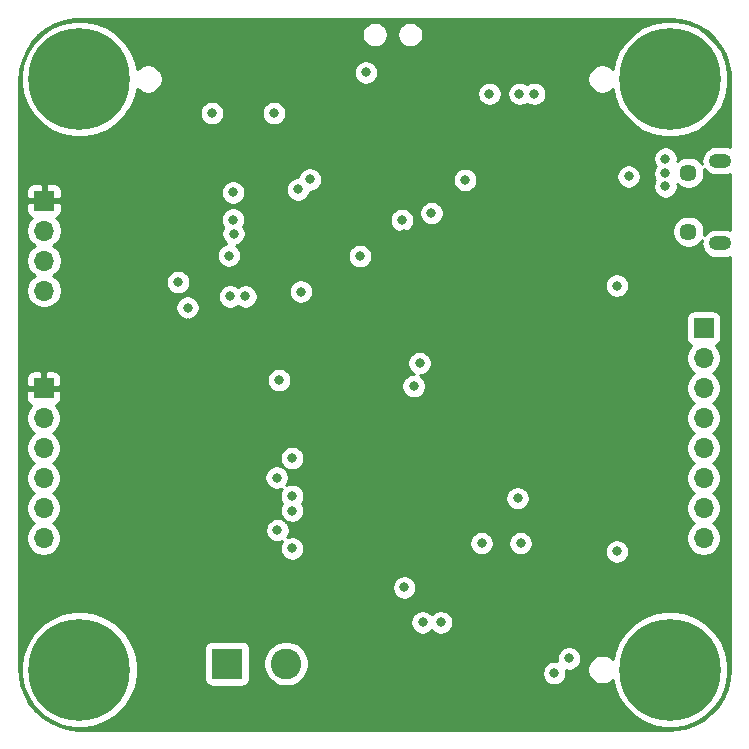
<source format=gbr>
%TF.GenerationSoftware,KiCad,Pcbnew,(5.1.8)-1*%
%TF.CreationDate,2020-12-14T19:22:24+01:00*%
%TF.ProjectId,STM32_Dev_Board,53544d33-325f-4446-9576-5f426f617264,rev?*%
%TF.SameCoordinates,Original*%
%TF.FileFunction,Copper,L3,Inr*%
%TF.FilePolarity,Positive*%
%FSLAX46Y46*%
G04 Gerber Fmt 4.6, Leading zero omitted, Abs format (unit mm)*
G04 Created by KiCad (PCBNEW (5.1.8)-1) date 2020-12-14 19:22:24*
%MOMM*%
%LPD*%
G01*
G04 APERTURE LIST*
%TA.AperFunction,ComponentPad*%
%ADD10C,0.900000*%
%TD*%
%TA.AperFunction,ComponentPad*%
%ADD11C,8.600000*%
%TD*%
%TA.AperFunction,ComponentPad*%
%ADD12C,1.450000*%
%TD*%
%TA.AperFunction,ComponentPad*%
%ADD13O,1.900000X1.200000*%
%TD*%
%TA.AperFunction,ComponentPad*%
%ADD14R,2.600000X2.600000*%
%TD*%
%TA.AperFunction,ComponentPad*%
%ADD15C,2.600000*%
%TD*%
%TA.AperFunction,ComponentPad*%
%ADD16R,1.700000X1.700000*%
%TD*%
%TA.AperFunction,ComponentPad*%
%ADD17O,1.700000X1.700000*%
%TD*%
%TA.AperFunction,ViaPad*%
%ADD18C,0.800000*%
%TD*%
%TA.AperFunction,Conductor*%
%ADD19C,0.254000*%
%TD*%
%TA.AperFunction,Conductor*%
%ADD20C,0.100000*%
%TD*%
G04 APERTURE END LIST*
D10*
%TO.N,GND*%
%TO.C,H1*%
X58030419Y-103469581D03*
X55750000Y-102525000D03*
X53469581Y-103469581D03*
X52525000Y-105750000D03*
X53469581Y-108030419D03*
X55750000Y-108975000D03*
X58030419Y-108030419D03*
X58975000Y-105750000D03*
D11*
X55750000Y-105750000D03*
%TD*%
D10*
%TO.N,GND*%
%TO.C,H2*%
X108030419Y-103469581D03*
X105750000Y-102525000D03*
X103469581Y-103469581D03*
X102525000Y-105750000D03*
X103469581Y-108030419D03*
X105750000Y-108975000D03*
X108030419Y-108030419D03*
X108975000Y-105750000D03*
D11*
X105750000Y-105750000D03*
%TD*%
%TO.N,GND*%
%TO.C,H3*%
X105750000Y-55750000D03*
D10*
X108975000Y-55750000D03*
X108030419Y-58030419D03*
X105750000Y-58975000D03*
X103469581Y-58030419D03*
X102525000Y-55750000D03*
X103469581Y-53469581D03*
X105750000Y-52525000D03*
X108030419Y-53469581D03*
%TD*%
D11*
%TO.N,GND*%
%TO.C,H4*%
X55750000Y-55750000D03*
D10*
X58975000Y-55750000D03*
X58030419Y-58030419D03*
X55750000Y-58975000D03*
X53469581Y-58030419D03*
X52525000Y-55750000D03*
X53469581Y-53469581D03*
X55750000Y-52525000D03*
X58030419Y-53469581D03*
%TD*%
D12*
%TO.N,Net-(J1-Pad6)*%
%TO.C,J1*%
X107300000Y-68675000D03*
X107300000Y-63675000D03*
D13*
X110000000Y-69675000D03*
X110000000Y-62675000D03*
%TD*%
D14*
%TO.N,+12V*%
%TO.C,J2*%
X68250000Y-105250000D03*
D15*
%TO.N,GND*%
X73250000Y-105250000D03*
%TD*%
D16*
%TO.N,+3V3*%
%TO.C,J3*%
X52750000Y-66040000D03*
D17*
%TO.N,USART2_TX*%
X52750000Y-68580000D03*
%TO.N,USART4_RX*%
X52750000Y-71120000D03*
%TO.N,GND*%
X52750000Y-73660000D03*
%TD*%
D16*
%TO.N,+3V3*%
%TO.C,J5*%
X52705000Y-81915000D03*
D17*
%TO.N,SPI1_CS*%
X52705000Y-84455000D03*
%TO.N,SPI1_SCK*%
X52705000Y-86995000D03*
%TO.N,SPI1_MISO*%
X52705000Y-89535000D03*
%TO.N,SPI1_MOSI*%
X52705000Y-92075000D03*
%TO.N,GND*%
X52705000Y-94615000D03*
%TD*%
D16*
%TO.N,GPIO_0*%
%TO.C,J6*%
X108585000Y-76835000D03*
D17*
%TO.N,GPIO_1*%
X108585000Y-79375000D03*
%TO.N,GPIO_2*%
X108585000Y-81915000D03*
%TO.N,GPIO_3*%
X108585000Y-84455000D03*
%TO.N,GPIO_4*%
X108585000Y-86995000D03*
%TO.N,GPIO_5*%
X108585000Y-89535000D03*
%TO.N,GPIO_6*%
X108585000Y-92075000D03*
%TO.N,GPIO_7*%
X108585000Y-94615000D03*
%TD*%
D18*
%TO.N,GND*%
X72650000Y-81250000D03*
%TO.N,+3V3*%
X70300000Y-67650000D03*
%TO.N,GND*%
X64900000Y-75100000D03*
X68500000Y-74150000D03*
X69800000Y-74150000D03*
X64100000Y-72950000D03*
X68400000Y-70700000D03*
X68800000Y-68850000D03*
X68750000Y-67650000D03*
X68750000Y-65350000D03*
X74250000Y-65100000D03*
X66950000Y-58650000D03*
X72200000Y-58650000D03*
X102250000Y-64000000D03*
X105350000Y-64850000D03*
X105350000Y-63750000D03*
X105350000Y-62500000D03*
X80000000Y-55200000D03*
X83050000Y-67700000D03*
X85550000Y-67100000D03*
X84050000Y-81750000D03*
X84550000Y-79800000D03*
X73750000Y-87850000D03*
X73750000Y-91050000D03*
X72450000Y-89500000D03*
X73750000Y-92300000D03*
X73750000Y-95500000D03*
X72500000Y-93950000D03*
X84800000Y-101750000D03*
X86350000Y-101750000D03*
X89800000Y-95050000D03*
X93100000Y-95050000D03*
X92850000Y-91250000D03*
X83250000Y-98800000D03*
X97200000Y-104800000D03*
X95950000Y-106050000D03*
%TO.N,+3V3*%
X70300000Y-65350000D03*
X72550000Y-66000000D03*
X70250000Y-68850000D03*
X64900000Y-76400000D03*
X74500000Y-82100000D03*
X75700000Y-89500000D03*
X76700000Y-91050000D03*
X76700000Y-87900000D03*
X81250000Y-89550000D03*
X82800000Y-90500000D03*
X82800000Y-92000000D03*
X81200000Y-92950000D03*
X76700000Y-92350000D03*
X76700000Y-95500000D03*
X75650000Y-93950000D03*
X82050000Y-97100000D03*
X80850000Y-98250000D03*
X82950000Y-97100000D03*
X66950000Y-54200000D03*
X84500000Y-55250000D03*
%TO.N,GND*%
X90450000Y-57000000D03*
X93000000Y-57000000D03*
X94250000Y-57000000D03*
%TO.N,+3V3*%
X83200000Y-68850000D03*
X82700000Y-79100000D03*
X95550000Y-56950000D03*
%TO.N,STATUS_LED*%
X74500000Y-73750000D03*
X75250000Y-64250000D03*
%TO.N,+5V*%
X101250000Y-73250000D03*
X101250000Y-95750000D03*
%TO.N,NRST*%
X79500000Y-70750000D03*
X88400000Y-64300000D03*
%TD*%
D19*
%TO.N,+3V3*%
X106580970Y-50730545D02*
X107389611Y-50933662D01*
X108154233Y-51266129D01*
X108854281Y-51719011D01*
X109470961Y-52280146D01*
X109987714Y-52934469D01*
X110390661Y-53664406D01*
X110668978Y-54450353D01*
X110817225Y-55282603D01*
X110840000Y-55765547D01*
X110840000Y-61536560D01*
X110824901Y-61528489D01*
X110592102Y-61457870D01*
X110410665Y-61440000D01*
X109589335Y-61440000D01*
X109407898Y-61457870D01*
X109175099Y-61528489D01*
X108960551Y-61643167D01*
X108772498Y-61797498D01*
X108618167Y-61985551D01*
X108503489Y-62200099D01*
X108432870Y-62432898D01*
X108409025Y-62675000D01*
X108432870Y-62917102D01*
X108435883Y-62927035D01*
X108356381Y-62808051D01*
X108166949Y-62618619D01*
X107944201Y-62469784D01*
X107696697Y-62367264D01*
X107433948Y-62315000D01*
X107166052Y-62315000D01*
X106903303Y-62367264D01*
X106655799Y-62469784D01*
X106433051Y-62618619D01*
X106368927Y-62682743D01*
X106385000Y-62601939D01*
X106385000Y-62398061D01*
X106345226Y-62198102D01*
X106267205Y-62009744D01*
X106153937Y-61840226D01*
X106009774Y-61696063D01*
X105840256Y-61582795D01*
X105651898Y-61504774D01*
X105451939Y-61465000D01*
X105248061Y-61465000D01*
X105048102Y-61504774D01*
X104859744Y-61582795D01*
X104690226Y-61696063D01*
X104546063Y-61840226D01*
X104432795Y-62009744D01*
X104354774Y-62198102D01*
X104315000Y-62398061D01*
X104315000Y-62601939D01*
X104354774Y-62801898D01*
X104432795Y-62990256D01*
X104522828Y-63125000D01*
X104432795Y-63259744D01*
X104354774Y-63448102D01*
X104315000Y-63648061D01*
X104315000Y-63851939D01*
X104354774Y-64051898D01*
X104432795Y-64240256D01*
X104472715Y-64300000D01*
X104432795Y-64359744D01*
X104354774Y-64548102D01*
X104315000Y-64748061D01*
X104315000Y-64951939D01*
X104354774Y-65151898D01*
X104432795Y-65340256D01*
X104546063Y-65509774D01*
X104690226Y-65653937D01*
X104859744Y-65767205D01*
X105048102Y-65845226D01*
X105248061Y-65885000D01*
X105451939Y-65885000D01*
X105651898Y-65845226D01*
X105840256Y-65767205D01*
X106009774Y-65653937D01*
X106153937Y-65509774D01*
X106267205Y-65340256D01*
X106345226Y-65151898D01*
X106385000Y-64951939D01*
X106385000Y-64748061D01*
X106368927Y-64667257D01*
X106433051Y-64731381D01*
X106655799Y-64880216D01*
X106903303Y-64982736D01*
X107166052Y-65035000D01*
X107433948Y-65035000D01*
X107696697Y-64982736D01*
X107944201Y-64880216D01*
X108166949Y-64731381D01*
X108356381Y-64541949D01*
X108505216Y-64319201D01*
X108607736Y-64071697D01*
X108660000Y-63808948D01*
X108660000Y-63541052D01*
X108627016Y-63375232D01*
X108772498Y-63552502D01*
X108960551Y-63706833D01*
X109175099Y-63821511D01*
X109407898Y-63892130D01*
X109589335Y-63910000D01*
X110410665Y-63910000D01*
X110592102Y-63892130D01*
X110824901Y-63821511D01*
X110840000Y-63813440D01*
X110840000Y-68536560D01*
X110824901Y-68528489D01*
X110592102Y-68457870D01*
X110410665Y-68440000D01*
X109589335Y-68440000D01*
X109407898Y-68457870D01*
X109175099Y-68528489D01*
X108960551Y-68643167D01*
X108772498Y-68797498D01*
X108627016Y-68974768D01*
X108660000Y-68808948D01*
X108660000Y-68541052D01*
X108607736Y-68278303D01*
X108505216Y-68030799D01*
X108356381Y-67808051D01*
X108166949Y-67618619D01*
X107944201Y-67469784D01*
X107696697Y-67367264D01*
X107433948Y-67315000D01*
X107166052Y-67315000D01*
X106903303Y-67367264D01*
X106655799Y-67469784D01*
X106433051Y-67618619D01*
X106243619Y-67808051D01*
X106094784Y-68030799D01*
X105992264Y-68278303D01*
X105940000Y-68541052D01*
X105940000Y-68808948D01*
X105992264Y-69071697D01*
X106094784Y-69319201D01*
X106243619Y-69541949D01*
X106433051Y-69731381D01*
X106655799Y-69880216D01*
X106903303Y-69982736D01*
X107166052Y-70035000D01*
X107433948Y-70035000D01*
X107696697Y-69982736D01*
X107944201Y-69880216D01*
X108166949Y-69731381D01*
X108356381Y-69541949D01*
X108435883Y-69422965D01*
X108432870Y-69432898D01*
X108409025Y-69675000D01*
X108432870Y-69917102D01*
X108503489Y-70149901D01*
X108618167Y-70364449D01*
X108772498Y-70552502D01*
X108960551Y-70706833D01*
X109175099Y-70821511D01*
X109407898Y-70892130D01*
X109589335Y-70910000D01*
X110410665Y-70910000D01*
X110592102Y-70892130D01*
X110824901Y-70821511D01*
X110840000Y-70813440D01*
X110840001Y-105722898D01*
X110769455Y-106580964D01*
X110566338Y-107389609D01*
X110233871Y-108154233D01*
X109780991Y-108854279D01*
X109219854Y-109470961D01*
X108565527Y-109987716D01*
X107835594Y-110390662D01*
X107049647Y-110668978D01*
X106217398Y-110817225D01*
X105734452Y-110840000D01*
X55777090Y-110840000D01*
X54919036Y-110769455D01*
X54110391Y-110566338D01*
X53345767Y-110233871D01*
X52645721Y-109780991D01*
X52029039Y-109219854D01*
X51512284Y-108565527D01*
X51109338Y-107835594D01*
X50831022Y-107049647D01*
X50682775Y-106217398D01*
X50660000Y-105734452D01*
X50660000Y-105263945D01*
X50815000Y-105263945D01*
X50815000Y-106236055D01*
X51004650Y-107189486D01*
X51376660Y-108087599D01*
X51916735Y-108895879D01*
X52604121Y-109583265D01*
X53412401Y-110123340D01*
X54310514Y-110495350D01*
X55263945Y-110685000D01*
X56236055Y-110685000D01*
X57189486Y-110495350D01*
X58087599Y-110123340D01*
X58895879Y-109583265D01*
X59583265Y-108895879D01*
X60123340Y-108087599D01*
X60495350Y-107189486D01*
X60685000Y-106236055D01*
X60685000Y-105263945D01*
X60495350Y-104310514D01*
X60346021Y-103950000D01*
X66311928Y-103950000D01*
X66311928Y-106550000D01*
X66324188Y-106674482D01*
X66360498Y-106794180D01*
X66419463Y-106904494D01*
X66498815Y-107001185D01*
X66595506Y-107080537D01*
X66705820Y-107139502D01*
X66825518Y-107175812D01*
X66950000Y-107188072D01*
X69550000Y-107188072D01*
X69674482Y-107175812D01*
X69794180Y-107139502D01*
X69904494Y-107080537D01*
X70001185Y-107001185D01*
X70080537Y-106904494D01*
X70139502Y-106794180D01*
X70175812Y-106674482D01*
X70188072Y-106550000D01*
X70188072Y-105059419D01*
X71315000Y-105059419D01*
X71315000Y-105440581D01*
X71389361Y-105814419D01*
X71535225Y-106166566D01*
X71746987Y-106483491D01*
X72016509Y-106753013D01*
X72333434Y-106964775D01*
X72685581Y-107110639D01*
X73059419Y-107185000D01*
X73440581Y-107185000D01*
X73814419Y-107110639D01*
X74166566Y-106964775D01*
X74483491Y-106753013D01*
X74753013Y-106483491D01*
X74964775Y-106166566D01*
X75055282Y-105948061D01*
X94915000Y-105948061D01*
X94915000Y-106151939D01*
X94954774Y-106351898D01*
X95032795Y-106540256D01*
X95146063Y-106709774D01*
X95290226Y-106853937D01*
X95459744Y-106967205D01*
X95648102Y-107045226D01*
X95848061Y-107085000D01*
X96051939Y-107085000D01*
X96251898Y-107045226D01*
X96440256Y-106967205D01*
X96609774Y-106853937D01*
X96753937Y-106709774D01*
X96867205Y-106540256D01*
X96945226Y-106351898D01*
X96985000Y-106151939D01*
X96985000Y-105948061D01*
X96956927Y-105806927D01*
X97098061Y-105835000D01*
X97301939Y-105835000D01*
X97501898Y-105795226D01*
X97690256Y-105717205D01*
X97825422Y-105626890D01*
X98750048Y-105626890D01*
X98750048Y-105873110D01*
X98798083Y-106114598D01*
X98892307Y-106342074D01*
X99029099Y-106546798D01*
X99203202Y-106720901D01*
X99407926Y-106857693D01*
X99635402Y-106951917D01*
X99876890Y-106999952D01*
X100123110Y-106999952D01*
X100364598Y-106951917D01*
X100592074Y-106857693D01*
X100796798Y-106720901D01*
X100892421Y-106625278D01*
X101004650Y-107189486D01*
X101376660Y-108087599D01*
X101916735Y-108895879D01*
X102604121Y-109583265D01*
X103412401Y-110123340D01*
X104310514Y-110495350D01*
X105263945Y-110685000D01*
X106236055Y-110685000D01*
X107189486Y-110495350D01*
X108087599Y-110123340D01*
X108895879Y-109583265D01*
X109583265Y-108895879D01*
X110123340Y-108087599D01*
X110495350Y-107189486D01*
X110685000Y-106236055D01*
X110685000Y-105263945D01*
X110495350Y-104310514D01*
X110123340Y-103412401D01*
X109583265Y-102604121D01*
X108895879Y-101916735D01*
X108087599Y-101376660D01*
X107189486Y-101004650D01*
X106236055Y-100815000D01*
X105263945Y-100815000D01*
X104310514Y-101004650D01*
X103412401Y-101376660D01*
X102604121Y-101916735D01*
X101916735Y-102604121D01*
X101376660Y-103412401D01*
X101004650Y-104310514D01*
X100892421Y-104874722D01*
X100796798Y-104779099D01*
X100592074Y-104642307D01*
X100364598Y-104548083D01*
X100123110Y-104500048D01*
X99876890Y-104500048D01*
X99635402Y-104548083D01*
X99407926Y-104642307D01*
X99203202Y-104779099D01*
X99029099Y-104953202D01*
X98892307Y-105157926D01*
X98798083Y-105385402D01*
X98750048Y-105626890D01*
X97825422Y-105626890D01*
X97859774Y-105603937D01*
X98003937Y-105459774D01*
X98117205Y-105290256D01*
X98195226Y-105101898D01*
X98235000Y-104901939D01*
X98235000Y-104698061D01*
X98195226Y-104498102D01*
X98117205Y-104309744D01*
X98003937Y-104140226D01*
X97859774Y-103996063D01*
X97690256Y-103882795D01*
X97501898Y-103804774D01*
X97301939Y-103765000D01*
X97098061Y-103765000D01*
X96898102Y-103804774D01*
X96709744Y-103882795D01*
X96540226Y-103996063D01*
X96396063Y-104140226D01*
X96282795Y-104309744D01*
X96204774Y-104498102D01*
X96165000Y-104698061D01*
X96165000Y-104901939D01*
X96193073Y-105043073D01*
X96051939Y-105015000D01*
X95848061Y-105015000D01*
X95648102Y-105054774D01*
X95459744Y-105132795D01*
X95290226Y-105246063D01*
X95146063Y-105390226D01*
X95032795Y-105559744D01*
X94954774Y-105748102D01*
X94915000Y-105948061D01*
X75055282Y-105948061D01*
X75110639Y-105814419D01*
X75185000Y-105440581D01*
X75185000Y-105059419D01*
X75110639Y-104685581D01*
X74964775Y-104333434D01*
X74753013Y-104016509D01*
X74483491Y-103746987D01*
X74166566Y-103535225D01*
X73814419Y-103389361D01*
X73440581Y-103315000D01*
X73059419Y-103315000D01*
X72685581Y-103389361D01*
X72333434Y-103535225D01*
X72016509Y-103746987D01*
X71746987Y-104016509D01*
X71535225Y-104333434D01*
X71389361Y-104685581D01*
X71315000Y-105059419D01*
X70188072Y-105059419D01*
X70188072Y-103950000D01*
X70175812Y-103825518D01*
X70139502Y-103705820D01*
X70080537Y-103595506D01*
X70001185Y-103498815D01*
X69904494Y-103419463D01*
X69794180Y-103360498D01*
X69674482Y-103324188D01*
X69550000Y-103311928D01*
X66950000Y-103311928D01*
X66825518Y-103324188D01*
X66705820Y-103360498D01*
X66595506Y-103419463D01*
X66498815Y-103498815D01*
X66419463Y-103595506D01*
X66360498Y-103705820D01*
X66324188Y-103825518D01*
X66311928Y-103950000D01*
X60346021Y-103950000D01*
X60123340Y-103412401D01*
X59583265Y-102604121D01*
X58895879Y-101916735D01*
X58493780Y-101648061D01*
X83765000Y-101648061D01*
X83765000Y-101851939D01*
X83804774Y-102051898D01*
X83882795Y-102240256D01*
X83996063Y-102409774D01*
X84140226Y-102553937D01*
X84309744Y-102667205D01*
X84498102Y-102745226D01*
X84698061Y-102785000D01*
X84901939Y-102785000D01*
X85101898Y-102745226D01*
X85290256Y-102667205D01*
X85459774Y-102553937D01*
X85575000Y-102438711D01*
X85690226Y-102553937D01*
X85859744Y-102667205D01*
X86048102Y-102745226D01*
X86248061Y-102785000D01*
X86451939Y-102785000D01*
X86651898Y-102745226D01*
X86840256Y-102667205D01*
X87009774Y-102553937D01*
X87153937Y-102409774D01*
X87267205Y-102240256D01*
X87345226Y-102051898D01*
X87385000Y-101851939D01*
X87385000Y-101648061D01*
X87345226Y-101448102D01*
X87267205Y-101259744D01*
X87153937Y-101090226D01*
X87009774Y-100946063D01*
X86840256Y-100832795D01*
X86651898Y-100754774D01*
X86451939Y-100715000D01*
X86248061Y-100715000D01*
X86048102Y-100754774D01*
X85859744Y-100832795D01*
X85690226Y-100946063D01*
X85575000Y-101061289D01*
X85459774Y-100946063D01*
X85290256Y-100832795D01*
X85101898Y-100754774D01*
X84901939Y-100715000D01*
X84698061Y-100715000D01*
X84498102Y-100754774D01*
X84309744Y-100832795D01*
X84140226Y-100946063D01*
X83996063Y-101090226D01*
X83882795Y-101259744D01*
X83804774Y-101448102D01*
X83765000Y-101648061D01*
X58493780Y-101648061D01*
X58087599Y-101376660D01*
X57189486Y-101004650D01*
X56236055Y-100815000D01*
X55263945Y-100815000D01*
X54310514Y-101004650D01*
X53412401Y-101376660D01*
X52604121Y-101916735D01*
X51916735Y-102604121D01*
X51376660Y-103412401D01*
X51004650Y-104310514D01*
X50815000Y-105263945D01*
X50660000Y-105263945D01*
X50660000Y-98698061D01*
X82215000Y-98698061D01*
X82215000Y-98901939D01*
X82254774Y-99101898D01*
X82332795Y-99290256D01*
X82446063Y-99459774D01*
X82590226Y-99603937D01*
X82759744Y-99717205D01*
X82948102Y-99795226D01*
X83148061Y-99835000D01*
X83351939Y-99835000D01*
X83551898Y-99795226D01*
X83740256Y-99717205D01*
X83909774Y-99603937D01*
X84053937Y-99459774D01*
X84167205Y-99290256D01*
X84245226Y-99101898D01*
X84285000Y-98901939D01*
X84285000Y-98698061D01*
X84245226Y-98498102D01*
X84167205Y-98309744D01*
X84053937Y-98140226D01*
X83909774Y-97996063D01*
X83740256Y-97882795D01*
X83551898Y-97804774D01*
X83351939Y-97765000D01*
X83148061Y-97765000D01*
X82948102Y-97804774D01*
X82759744Y-97882795D01*
X82590226Y-97996063D01*
X82446063Y-98140226D01*
X82332795Y-98309744D01*
X82254774Y-98498102D01*
X82215000Y-98698061D01*
X50660000Y-98698061D01*
X50660000Y-82765000D01*
X51216928Y-82765000D01*
X51229188Y-82889482D01*
X51265498Y-83009180D01*
X51324463Y-83119494D01*
X51403815Y-83216185D01*
X51500506Y-83295537D01*
X51610820Y-83354502D01*
X51683380Y-83376513D01*
X51551525Y-83508368D01*
X51389010Y-83751589D01*
X51277068Y-84021842D01*
X51220000Y-84308740D01*
X51220000Y-84601260D01*
X51277068Y-84888158D01*
X51389010Y-85158411D01*
X51551525Y-85401632D01*
X51758368Y-85608475D01*
X51932760Y-85725000D01*
X51758368Y-85841525D01*
X51551525Y-86048368D01*
X51389010Y-86291589D01*
X51277068Y-86561842D01*
X51220000Y-86848740D01*
X51220000Y-87141260D01*
X51277068Y-87428158D01*
X51389010Y-87698411D01*
X51551525Y-87941632D01*
X51758368Y-88148475D01*
X51932760Y-88265000D01*
X51758368Y-88381525D01*
X51551525Y-88588368D01*
X51389010Y-88831589D01*
X51277068Y-89101842D01*
X51220000Y-89388740D01*
X51220000Y-89681260D01*
X51277068Y-89968158D01*
X51389010Y-90238411D01*
X51551525Y-90481632D01*
X51758368Y-90688475D01*
X51932760Y-90805000D01*
X51758368Y-90921525D01*
X51551525Y-91128368D01*
X51389010Y-91371589D01*
X51277068Y-91641842D01*
X51220000Y-91928740D01*
X51220000Y-92221260D01*
X51277068Y-92508158D01*
X51389010Y-92778411D01*
X51551525Y-93021632D01*
X51758368Y-93228475D01*
X51932760Y-93345000D01*
X51758368Y-93461525D01*
X51551525Y-93668368D01*
X51389010Y-93911589D01*
X51277068Y-94181842D01*
X51220000Y-94468740D01*
X51220000Y-94761260D01*
X51277068Y-95048158D01*
X51389010Y-95318411D01*
X51551525Y-95561632D01*
X51758368Y-95768475D01*
X52001589Y-95930990D01*
X52271842Y-96042932D01*
X52558740Y-96100000D01*
X52851260Y-96100000D01*
X53138158Y-96042932D01*
X53408411Y-95930990D01*
X53651632Y-95768475D01*
X53858475Y-95561632D01*
X54020990Y-95318411D01*
X54132932Y-95048158D01*
X54190000Y-94761260D01*
X54190000Y-94468740D01*
X54132932Y-94181842D01*
X54020990Y-93911589D01*
X53858475Y-93668368D01*
X53651632Y-93461525D01*
X53477240Y-93345000D01*
X53651632Y-93228475D01*
X53858475Y-93021632D01*
X54020990Y-92778411D01*
X54132932Y-92508158D01*
X54190000Y-92221260D01*
X54190000Y-91928740D01*
X54132932Y-91641842D01*
X54020990Y-91371589D01*
X53858475Y-91128368D01*
X53651632Y-90921525D01*
X53477240Y-90805000D01*
X53651632Y-90688475D01*
X53858475Y-90481632D01*
X54020990Y-90238411D01*
X54132932Y-89968158D01*
X54190000Y-89681260D01*
X54190000Y-89398061D01*
X71415000Y-89398061D01*
X71415000Y-89601939D01*
X71454774Y-89801898D01*
X71532795Y-89990256D01*
X71646063Y-90159774D01*
X71790226Y-90303937D01*
X71959744Y-90417205D01*
X72148102Y-90495226D01*
X72348061Y-90535000D01*
X72551939Y-90535000D01*
X72751898Y-90495226D01*
X72923360Y-90424204D01*
X72832795Y-90559744D01*
X72754774Y-90748102D01*
X72715000Y-90948061D01*
X72715000Y-91151939D01*
X72754774Y-91351898D01*
X72832795Y-91540256D01*
X72922828Y-91675000D01*
X72832795Y-91809744D01*
X72754774Y-91998102D01*
X72715000Y-92198061D01*
X72715000Y-92401939D01*
X72754774Y-92601898D01*
X72832795Y-92790256D01*
X72946063Y-92959774D01*
X73077134Y-93090845D01*
X72990256Y-93032795D01*
X72801898Y-92954774D01*
X72601939Y-92915000D01*
X72398061Y-92915000D01*
X72198102Y-92954774D01*
X72009744Y-93032795D01*
X71840226Y-93146063D01*
X71696063Y-93290226D01*
X71582795Y-93459744D01*
X71504774Y-93648102D01*
X71465000Y-93848061D01*
X71465000Y-94051939D01*
X71504774Y-94251898D01*
X71582795Y-94440256D01*
X71696063Y-94609774D01*
X71840226Y-94753937D01*
X72009744Y-94867205D01*
X72198102Y-94945226D01*
X72398061Y-94985000D01*
X72601939Y-94985000D01*
X72801898Y-94945226D01*
X72904226Y-94902840D01*
X72832795Y-95009744D01*
X72754774Y-95198102D01*
X72715000Y-95398061D01*
X72715000Y-95601939D01*
X72754774Y-95801898D01*
X72832795Y-95990256D01*
X72946063Y-96159774D01*
X73090226Y-96303937D01*
X73259744Y-96417205D01*
X73448102Y-96495226D01*
X73648061Y-96535000D01*
X73851939Y-96535000D01*
X74051898Y-96495226D01*
X74240256Y-96417205D01*
X74409774Y-96303937D01*
X74553937Y-96159774D01*
X74667205Y-95990256D01*
X74745226Y-95801898D01*
X74785000Y-95601939D01*
X74785000Y-95398061D01*
X74745226Y-95198102D01*
X74667205Y-95009744D01*
X74625990Y-94948061D01*
X88765000Y-94948061D01*
X88765000Y-95151939D01*
X88804774Y-95351898D01*
X88882795Y-95540256D01*
X88996063Y-95709774D01*
X89140226Y-95853937D01*
X89309744Y-95967205D01*
X89498102Y-96045226D01*
X89698061Y-96085000D01*
X89901939Y-96085000D01*
X90101898Y-96045226D01*
X90290256Y-95967205D01*
X90459774Y-95853937D01*
X90603937Y-95709774D01*
X90717205Y-95540256D01*
X90795226Y-95351898D01*
X90835000Y-95151939D01*
X90835000Y-94948061D01*
X92065000Y-94948061D01*
X92065000Y-95151939D01*
X92104774Y-95351898D01*
X92182795Y-95540256D01*
X92296063Y-95709774D01*
X92440226Y-95853937D01*
X92609744Y-95967205D01*
X92798102Y-96045226D01*
X92998061Y-96085000D01*
X93201939Y-96085000D01*
X93401898Y-96045226D01*
X93590256Y-95967205D01*
X93759774Y-95853937D01*
X93903937Y-95709774D01*
X93945172Y-95648061D01*
X100215000Y-95648061D01*
X100215000Y-95851939D01*
X100254774Y-96051898D01*
X100332795Y-96240256D01*
X100446063Y-96409774D01*
X100590226Y-96553937D01*
X100759744Y-96667205D01*
X100948102Y-96745226D01*
X101148061Y-96785000D01*
X101351939Y-96785000D01*
X101551898Y-96745226D01*
X101740256Y-96667205D01*
X101909774Y-96553937D01*
X102053937Y-96409774D01*
X102167205Y-96240256D01*
X102245226Y-96051898D01*
X102285000Y-95851939D01*
X102285000Y-95648061D01*
X102245226Y-95448102D01*
X102167205Y-95259744D01*
X102053937Y-95090226D01*
X101909774Y-94946063D01*
X101740256Y-94832795D01*
X101551898Y-94754774D01*
X101351939Y-94715000D01*
X101148061Y-94715000D01*
X100948102Y-94754774D01*
X100759744Y-94832795D01*
X100590226Y-94946063D01*
X100446063Y-95090226D01*
X100332795Y-95259744D01*
X100254774Y-95448102D01*
X100215000Y-95648061D01*
X93945172Y-95648061D01*
X94017205Y-95540256D01*
X94095226Y-95351898D01*
X94135000Y-95151939D01*
X94135000Y-94948061D01*
X94095226Y-94748102D01*
X94017205Y-94559744D01*
X93903937Y-94390226D01*
X93759774Y-94246063D01*
X93590256Y-94132795D01*
X93401898Y-94054774D01*
X93201939Y-94015000D01*
X92998061Y-94015000D01*
X92798102Y-94054774D01*
X92609744Y-94132795D01*
X92440226Y-94246063D01*
X92296063Y-94390226D01*
X92182795Y-94559744D01*
X92104774Y-94748102D01*
X92065000Y-94948061D01*
X90835000Y-94948061D01*
X90795226Y-94748102D01*
X90717205Y-94559744D01*
X90603937Y-94390226D01*
X90459774Y-94246063D01*
X90290256Y-94132795D01*
X90101898Y-94054774D01*
X89901939Y-94015000D01*
X89698061Y-94015000D01*
X89498102Y-94054774D01*
X89309744Y-94132795D01*
X89140226Y-94246063D01*
X88996063Y-94390226D01*
X88882795Y-94559744D01*
X88804774Y-94748102D01*
X88765000Y-94948061D01*
X74625990Y-94948061D01*
X74553937Y-94840226D01*
X74409774Y-94696063D01*
X74240256Y-94582795D01*
X74051898Y-94504774D01*
X73851939Y-94465000D01*
X73648061Y-94465000D01*
X73448102Y-94504774D01*
X73345774Y-94547160D01*
X73417205Y-94440256D01*
X73495226Y-94251898D01*
X73535000Y-94051939D01*
X73535000Y-93848061D01*
X73495226Y-93648102D01*
X73417205Y-93459744D01*
X73303937Y-93290226D01*
X73172866Y-93159155D01*
X73259744Y-93217205D01*
X73448102Y-93295226D01*
X73648061Y-93335000D01*
X73851939Y-93335000D01*
X74051898Y-93295226D01*
X74240256Y-93217205D01*
X74409774Y-93103937D01*
X74553937Y-92959774D01*
X74667205Y-92790256D01*
X74745226Y-92601898D01*
X74785000Y-92401939D01*
X74785000Y-92198061D01*
X74745226Y-91998102D01*
X74667205Y-91809744D01*
X74577172Y-91675000D01*
X74667205Y-91540256D01*
X74745226Y-91351898D01*
X74785000Y-91151939D01*
X74785000Y-91148061D01*
X91815000Y-91148061D01*
X91815000Y-91351939D01*
X91854774Y-91551898D01*
X91932795Y-91740256D01*
X92046063Y-91909774D01*
X92190226Y-92053937D01*
X92359744Y-92167205D01*
X92548102Y-92245226D01*
X92748061Y-92285000D01*
X92951939Y-92285000D01*
X93151898Y-92245226D01*
X93340256Y-92167205D01*
X93509774Y-92053937D01*
X93653937Y-91909774D01*
X93767205Y-91740256D01*
X93845226Y-91551898D01*
X93885000Y-91351939D01*
X93885000Y-91148061D01*
X93845226Y-90948102D01*
X93767205Y-90759744D01*
X93653937Y-90590226D01*
X93509774Y-90446063D01*
X93340256Y-90332795D01*
X93151898Y-90254774D01*
X92951939Y-90215000D01*
X92748061Y-90215000D01*
X92548102Y-90254774D01*
X92359744Y-90332795D01*
X92190226Y-90446063D01*
X92046063Y-90590226D01*
X91932795Y-90759744D01*
X91854774Y-90948102D01*
X91815000Y-91148061D01*
X74785000Y-91148061D01*
X74785000Y-90948061D01*
X74745226Y-90748102D01*
X74667205Y-90559744D01*
X74553937Y-90390226D01*
X74409774Y-90246063D01*
X74240256Y-90132795D01*
X74051898Y-90054774D01*
X73851939Y-90015000D01*
X73648061Y-90015000D01*
X73448102Y-90054774D01*
X73276640Y-90125796D01*
X73367205Y-89990256D01*
X73445226Y-89801898D01*
X73485000Y-89601939D01*
X73485000Y-89398061D01*
X73445226Y-89198102D01*
X73367205Y-89009744D01*
X73253937Y-88840226D01*
X73109774Y-88696063D01*
X72940256Y-88582795D01*
X72751898Y-88504774D01*
X72551939Y-88465000D01*
X72348061Y-88465000D01*
X72148102Y-88504774D01*
X71959744Y-88582795D01*
X71790226Y-88696063D01*
X71646063Y-88840226D01*
X71532795Y-89009744D01*
X71454774Y-89198102D01*
X71415000Y-89398061D01*
X54190000Y-89398061D01*
X54190000Y-89388740D01*
X54132932Y-89101842D01*
X54020990Y-88831589D01*
X53858475Y-88588368D01*
X53651632Y-88381525D01*
X53477240Y-88265000D01*
X53651632Y-88148475D01*
X53858475Y-87941632D01*
X53987814Y-87748061D01*
X72715000Y-87748061D01*
X72715000Y-87951939D01*
X72754774Y-88151898D01*
X72832795Y-88340256D01*
X72946063Y-88509774D01*
X73090226Y-88653937D01*
X73259744Y-88767205D01*
X73448102Y-88845226D01*
X73648061Y-88885000D01*
X73851939Y-88885000D01*
X74051898Y-88845226D01*
X74240256Y-88767205D01*
X74409774Y-88653937D01*
X74553937Y-88509774D01*
X74667205Y-88340256D01*
X74745226Y-88151898D01*
X74785000Y-87951939D01*
X74785000Y-87748061D01*
X74745226Y-87548102D01*
X74667205Y-87359744D01*
X74553937Y-87190226D01*
X74409774Y-87046063D01*
X74240256Y-86932795D01*
X74051898Y-86854774D01*
X73851939Y-86815000D01*
X73648061Y-86815000D01*
X73448102Y-86854774D01*
X73259744Y-86932795D01*
X73090226Y-87046063D01*
X72946063Y-87190226D01*
X72832795Y-87359744D01*
X72754774Y-87548102D01*
X72715000Y-87748061D01*
X53987814Y-87748061D01*
X54020990Y-87698411D01*
X54132932Y-87428158D01*
X54190000Y-87141260D01*
X54190000Y-86848740D01*
X54132932Y-86561842D01*
X54020990Y-86291589D01*
X53858475Y-86048368D01*
X53651632Y-85841525D01*
X53477240Y-85725000D01*
X53651632Y-85608475D01*
X53858475Y-85401632D01*
X54020990Y-85158411D01*
X54132932Y-84888158D01*
X54190000Y-84601260D01*
X54190000Y-84308740D01*
X54132932Y-84021842D01*
X54020990Y-83751589D01*
X53858475Y-83508368D01*
X53726620Y-83376513D01*
X53799180Y-83354502D01*
X53909494Y-83295537D01*
X54006185Y-83216185D01*
X54085537Y-83119494D01*
X54144502Y-83009180D01*
X54180812Y-82889482D01*
X54193072Y-82765000D01*
X54190000Y-82200750D01*
X54031250Y-82042000D01*
X52832000Y-82042000D01*
X52832000Y-82062000D01*
X52578000Y-82062000D01*
X52578000Y-82042000D01*
X51378750Y-82042000D01*
X51220000Y-82200750D01*
X51216928Y-82765000D01*
X50660000Y-82765000D01*
X50660000Y-81065000D01*
X51216928Y-81065000D01*
X51220000Y-81629250D01*
X51378750Y-81788000D01*
X52578000Y-81788000D01*
X52578000Y-80588750D01*
X52832000Y-80588750D01*
X52832000Y-81788000D01*
X54031250Y-81788000D01*
X54190000Y-81629250D01*
X54192619Y-81148061D01*
X71615000Y-81148061D01*
X71615000Y-81351939D01*
X71654774Y-81551898D01*
X71732795Y-81740256D01*
X71846063Y-81909774D01*
X71990226Y-82053937D01*
X72159744Y-82167205D01*
X72348102Y-82245226D01*
X72548061Y-82285000D01*
X72751939Y-82285000D01*
X72951898Y-82245226D01*
X73140256Y-82167205D01*
X73309774Y-82053937D01*
X73453937Y-81909774D01*
X73567205Y-81740256D01*
X73605393Y-81648061D01*
X83015000Y-81648061D01*
X83015000Y-81851939D01*
X83054774Y-82051898D01*
X83132795Y-82240256D01*
X83246063Y-82409774D01*
X83390226Y-82553937D01*
X83559744Y-82667205D01*
X83748102Y-82745226D01*
X83948061Y-82785000D01*
X84151939Y-82785000D01*
X84351898Y-82745226D01*
X84540256Y-82667205D01*
X84709774Y-82553937D01*
X84853937Y-82409774D01*
X84967205Y-82240256D01*
X85045226Y-82051898D01*
X85085000Y-81851939D01*
X85085000Y-81648061D01*
X85045226Y-81448102D01*
X84967205Y-81259744D01*
X84853937Y-81090226D01*
X84709774Y-80946063D01*
X84543556Y-80835000D01*
X84651939Y-80835000D01*
X84851898Y-80795226D01*
X85040256Y-80717205D01*
X85209774Y-80603937D01*
X85353937Y-80459774D01*
X85467205Y-80290256D01*
X85545226Y-80101898D01*
X85585000Y-79901939D01*
X85585000Y-79698061D01*
X85545226Y-79498102D01*
X85467205Y-79309744D01*
X85353937Y-79140226D01*
X85209774Y-78996063D01*
X85040256Y-78882795D01*
X84851898Y-78804774D01*
X84651939Y-78765000D01*
X84448061Y-78765000D01*
X84248102Y-78804774D01*
X84059744Y-78882795D01*
X83890226Y-78996063D01*
X83746063Y-79140226D01*
X83632795Y-79309744D01*
X83554774Y-79498102D01*
X83515000Y-79698061D01*
X83515000Y-79901939D01*
X83554774Y-80101898D01*
X83632795Y-80290256D01*
X83746063Y-80459774D01*
X83890226Y-80603937D01*
X84056444Y-80715000D01*
X83948061Y-80715000D01*
X83748102Y-80754774D01*
X83559744Y-80832795D01*
X83390226Y-80946063D01*
X83246063Y-81090226D01*
X83132795Y-81259744D01*
X83054774Y-81448102D01*
X83015000Y-81648061D01*
X73605393Y-81648061D01*
X73645226Y-81551898D01*
X73685000Y-81351939D01*
X73685000Y-81148061D01*
X73645226Y-80948102D01*
X73567205Y-80759744D01*
X73453937Y-80590226D01*
X73309774Y-80446063D01*
X73140256Y-80332795D01*
X72951898Y-80254774D01*
X72751939Y-80215000D01*
X72548061Y-80215000D01*
X72348102Y-80254774D01*
X72159744Y-80332795D01*
X71990226Y-80446063D01*
X71846063Y-80590226D01*
X71732795Y-80759744D01*
X71654774Y-80948102D01*
X71615000Y-81148061D01*
X54192619Y-81148061D01*
X54193072Y-81065000D01*
X54180812Y-80940518D01*
X54144502Y-80820820D01*
X54085537Y-80710506D01*
X54006185Y-80613815D01*
X53909494Y-80534463D01*
X53799180Y-80475498D01*
X53679482Y-80439188D01*
X53555000Y-80426928D01*
X52990750Y-80430000D01*
X52832000Y-80588750D01*
X52578000Y-80588750D01*
X52419250Y-80430000D01*
X51855000Y-80426928D01*
X51730518Y-80439188D01*
X51610820Y-80475498D01*
X51500506Y-80534463D01*
X51403815Y-80613815D01*
X51324463Y-80710506D01*
X51265498Y-80820820D01*
X51229188Y-80940518D01*
X51216928Y-81065000D01*
X50660000Y-81065000D01*
X50660000Y-66890000D01*
X51261928Y-66890000D01*
X51274188Y-67014482D01*
X51310498Y-67134180D01*
X51369463Y-67244494D01*
X51448815Y-67341185D01*
X51545506Y-67420537D01*
X51655820Y-67479502D01*
X51728380Y-67501513D01*
X51596525Y-67633368D01*
X51434010Y-67876589D01*
X51322068Y-68146842D01*
X51265000Y-68433740D01*
X51265000Y-68726260D01*
X51322068Y-69013158D01*
X51434010Y-69283411D01*
X51596525Y-69526632D01*
X51803368Y-69733475D01*
X51977760Y-69850000D01*
X51803368Y-69966525D01*
X51596525Y-70173368D01*
X51434010Y-70416589D01*
X51322068Y-70686842D01*
X51265000Y-70973740D01*
X51265000Y-71266260D01*
X51322068Y-71553158D01*
X51434010Y-71823411D01*
X51596525Y-72066632D01*
X51803368Y-72273475D01*
X51977760Y-72390000D01*
X51803368Y-72506525D01*
X51596525Y-72713368D01*
X51434010Y-72956589D01*
X51322068Y-73226842D01*
X51265000Y-73513740D01*
X51265000Y-73806260D01*
X51322068Y-74093158D01*
X51434010Y-74363411D01*
X51596525Y-74606632D01*
X51803368Y-74813475D01*
X52046589Y-74975990D01*
X52316842Y-75087932D01*
X52603740Y-75145000D01*
X52896260Y-75145000D01*
X53183158Y-75087932D01*
X53400126Y-74998061D01*
X63865000Y-74998061D01*
X63865000Y-75201939D01*
X63904774Y-75401898D01*
X63982795Y-75590256D01*
X64096063Y-75759774D01*
X64240226Y-75903937D01*
X64409744Y-76017205D01*
X64598102Y-76095226D01*
X64798061Y-76135000D01*
X65001939Y-76135000D01*
X65201898Y-76095226D01*
X65390256Y-76017205D01*
X65438454Y-75985000D01*
X107096928Y-75985000D01*
X107096928Y-77685000D01*
X107109188Y-77809482D01*
X107145498Y-77929180D01*
X107204463Y-78039494D01*
X107283815Y-78136185D01*
X107380506Y-78215537D01*
X107490820Y-78274502D01*
X107563380Y-78296513D01*
X107431525Y-78428368D01*
X107269010Y-78671589D01*
X107157068Y-78941842D01*
X107100000Y-79228740D01*
X107100000Y-79521260D01*
X107157068Y-79808158D01*
X107269010Y-80078411D01*
X107431525Y-80321632D01*
X107638368Y-80528475D01*
X107812760Y-80645000D01*
X107638368Y-80761525D01*
X107431525Y-80968368D01*
X107269010Y-81211589D01*
X107157068Y-81481842D01*
X107100000Y-81768740D01*
X107100000Y-82061260D01*
X107157068Y-82348158D01*
X107269010Y-82618411D01*
X107431525Y-82861632D01*
X107638368Y-83068475D01*
X107812760Y-83185000D01*
X107638368Y-83301525D01*
X107431525Y-83508368D01*
X107269010Y-83751589D01*
X107157068Y-84021842D01*
X107100000Y-84308740D01*
X107100000Y-84601260D01*
X107157068Y-84888158D01*
X107269010Y-85158411D01*
X107431525Y-85401632D01*
X107638368Y-85608475D01*
X107812760Y-85725000D01*
X107638368Y-85841525D01*
X107431525Y-86048368D01*
X107269010Y-86291589D01*
X107157068Y-86561842D01*
X107100000Y-86848740D01*
X107100000Y-87141260D01*
X107157068Y-87428158D01*
X107269010Y-87698411D01*
X107431525Y-87941632D01*
X107638368Y-88148475D01*
X107812760Y-88265000D01*
X107638368Y-88381525D01*
X107431525Y-88588368D01*
X107269010Y-88831589D01*
X107157068Y-89101842D01*
X107100000Y-89388740D01*
X107100000Y-89681260D01*
X107157068Y-89968158D01*
X107269010Y-90238411D01*
X107431525Y-90481632D01*
X107638368Y-90688475D01*
X107812760Y-90805000D01*
X107638368Y-90921525D01*
X107431525Y-91128368D01*
X107269010Y-91371589D01*
X107157068Y-91641842D01*
X107100000Y-91928740D01*
X107100000Y-92221260D01*
X107157068Y-92508158D01*
X107269010Y-92778411D01*
X107431525Y-93021632D01*
X107638368Y-93228475D01*
X107812760Y-93345000D01*
X107638368Y-93461525D01*
X107431525Y-93668368D01*
X107269010Y-93911589D01*
X107157068Y-94181842D01*
X107100000Y-94468740D01*
X107100000Y-94761260D01*
X107157068Y-95048158D01*
X107269010Y-95318411D01*
X107431525Y-95561632D01*
X107638368Y-95768475D01*
X107881589Y-95930990D01*
X108151842Y-96042932D01*
X108438740Y-96100000D01*
X108731260Y-96100000D01*
X109018158Y-96042932D01*
X109288411Y-95930990D01*
X109531632Y-95768475D01*
X109738475Y-95561632D01*
X109900990Y-95318411D01*
X110012932Y-95048158D01*
X110070000Y-94761260D01*
X110070000Y-94468740D01*
X110012932Y-94181842D01*
X109900990Y-93911589D01*
X109738475Y-93668368D01*
X109531632Y-93461525D01*
X109357240Y-93345000D01*
X109531632Y-93228475D01*
X109738475Y-93021632D01*
X109900990Y-92778411D01*
X110012932Y-92508158D01*
X110070000Y-92221260D01*
X110070000Y-91928740D01*
X110012932Y-91641842D01*
X109900990Y-91371589D01*
X109738475Y-91128368D01*
X109531632Y-90921525D01*
X109357240Y-90805000D01*
X109531632Y-90688475D01*
X109738475Y-90481632D01*
X109900990Y-90238411D01*
X110012932Y-89968158D01*
X110070000Y-89681260D01*
X110070000Y-89388740D01*
X110012932Y-89101842D01*
X109900990Y-88831589D01*
X109738475Y-88588368D01*
X109531632Y-88381525D01*
X109357240Y-88265000D01*
X109531632Y-88148475D01*
X109738475Y-87941632D01*
X109900990Y-87698411D01*
X110012932Y-87428158D01*
X110070000Y-87141260D01*
X110070000Y-86848740D01*
X110012932Y-86561842D01*
X109900990Y-86291589D01*
X109738475Y-86048368D01*
X109531632Y-85841525D01*
X109357240Y-85725000D01*
X109531632Y-85608475D01*
X109738475Y-85401632D01*
X109900990Y-85158411D01*
X110012932Y-84888158D01*
X110070000Y-84601260D01*
X110070000Y-84308740D01*
X110012932Y-84021842D01*
X109900990Y-83751589D01*
X109738475Y-83508368D01*
X109531632Y-83301525D01*
X109357240Y-83185000D01*
X109531632Y-83068475D01*
X109738475Y-82861632D01*
X109900990Y-82618411D01*
X110012932Y-82348158D01*
X110070000Y-82061260D01*
X110070000Y-81768740D01*
X110012932Y-81481842D01*
X109900990Y-81211589D01*
X109738475Y-80968368D01*
X109531632Y-80761525D01*
X109357240Y-80645000D01*
X109531632Y-80528475D01*
X109738475Y-80321632D01*
X109900990Y-80078411D01*
X110012932Y-79808158D01*
X110070000Y-79521260D01*
X110070000Y-79228740D01*
X110012932Y-78941842D01*
X109900990Y-78671589D01*
X109738475Y-78428368D01*
X109606620Y-78296513D01*
X109679180Y-78274502D01*
X109789494Y-78215537D01*
X109886185Y-78136185D01*
X109965537Y-78039494D01*
X110024502Y-77929180D01*
X110060812Y-77809482D01*
X110073072Y-77685000D01*
X110073072Y-75985000D01*
X110060812Y-75860518D01*
X110024502Y-75740820D01*
X109965537Y-75630506D01*
X109886185Y-75533815D01*
X109789494Y-75454463D01*
X109679180Y-75395498D01*
X109559482Y-75359188D01*
X109435000Y-75346928D01*
X107735000Y-75346928D01*
X107610518Y-75359188D01*
X107490820Y-75395498D01*
X107380506Y-75454463D01*
X107283815Y-75533815D01*
X107204463Y-75630506D01*
X107145498Y-75740820D01*
X107109188Y-75860518D01*
X107096928Y-75985000D01*
X65438454Y-75985000D01*
X65559774Y-75903937D01*
X65703937Y-75759774D01*
X65817205Y-75590256D01*
X65895226Y-75401898D01*
X65935000Y-75201939D01*
X65935000Y-74998061D01*
X65895226Y-74798102D01*
X65817205Y-74609744D01*
X65703937Y-74440226D01*
X65559774Y-74296063D01*
X65390256Y-74182795D01*
X65201898Y-74104774D01*
X65001939Y-74065000D01*
X64798061Y-74065000D01*
X64598102Y-74104774D01*
X64409744Y-74182795D01*
X64240226Y-74296063D01*
X64096063Y-74440226D01*
X63982795Y-74609744D01*
X63904774Y-74798102D01*
X63865000Y-74998061D01*
X53400126Y-74998061D01*
X53453411Y-74975990D01*
X53696632Y-74813475D01*
X53903475Y-74606632D01*
X54065990Y-74363411D01*
X54177932Y-74093158D01*
X54186902Y-74048061D01*
X67465000Y-74048061D01*
X67465000Y-74251939D01*
X67504774Y-74451898D01*
X67582795Y-74640256D01*
X67696063Y-74809774D01*
X67840226Y-74953937D01*
X68009744Y-75067205D01*
X68198102Y-75145226D01*
X68398061Y-75185000D01*
X68601939Y-75185000D01*
X68801898Y-75145226D01*
X68990256Y-75067205D01*
X69150000Y-74960468D01*
X69309744Y-75067205D01*
X69498102Y-75145226D01*
X69698061Y-75185000D01*
X69901939Y-75185000D01*
X70101898Y-75145226D01*
X70290256Y-75067205D01*
X70459774Y-74953937D01*
X70603937Y-74809774D01*
X70717205Y-74640256D01*
X70795226Y-74451898D01*
X70835000Y-74251939D01*
X70835000Y-74048061D01*
X70795226Y-73848102D01*
X70717205Y-73659744D01*
X70709399Y-73648061D01*
X73465000Y-73648061D01*
X73465000Y-73851939D01*
X73504774Y-74051898D01*
X73582795Y-74240256D01*
X73696063Y-74409774D01*
X73840226Y-74553937D01*
X74009744Y-74667205D01*
X74198102Y-74745226D01*
X74398061Y-74785000D01*
X74601939Y-74785000D01*
X74801898Y-74745226D01*
X74990256Y-74667205D01*
X75159774Y-74553937D01*
X75303937Y-74409774D01*
X75417205Y-74240256D01*
X75495226Y-74051898D01*
X75535000Y-73851939D01*
X75535000Y-73648061D01*
X75495226Y-73448102D01*
X75417205Y-73259744D01*
X75342582Y-73148061D01*
X100215000Y-73148061D01*
X100215000Y-73351939D01*
X100254774Y-73551898D01*
X100332795Y-73740256D01*
X100446063Y-73909774D01*
X100590226Y-74053937D01*
X100759744Y-74167205D01*
X100948102Y-74245226D01*
X101148061Y-74285000D01*
X101351939Y-74285000D01*
X101551898Y-74245226D01*
X101740256Y-74167205D01*
X101909774Y-74053937D01*
X102053937Y-73909774D01*
X102167205Y-73740256D01*
X102245226Y-73551898D01*
X102285000Y-73351939D01*
X102285000Y-73148061D01*
X102245226Y-72948102D01*
X102167205Y-72759744D01*
X102053937Y-72590226D01*
X101909774Y-72446063D01*
X101740256Y-72332795D01*
X101551898Y-72254774D01*
X101351939Y-72215000D01*
X101148061Y-72215000D01*
X100948102Y-72254774D01*
X100759744Y-72332795D01*
X100590226Y-72446063D01*
X100446063Y-72590226D01*
X100332795Y-72759744D01*
X100254774Y-72948102D01*
X100215000Y-73148061D01*
X75342582Y-73148061D01*
X75303937Y-73090226D01*
X75159774Y-72946063D01*
X74990256Y-72832795D01*
X74801898Y-72754774D01*
X74601939Y-72715000D01*
X74398061Y-72715000D01*
X74198102Y-72754774D01*
X74009744Y-72832795D01*
X73840226Y-72946063D01*
X73696063Y-73090226D01*
X73582795Y-73259744D01*
X73504774Y-73448102D01*
X73465000Y-73648061D01*
X70709399Y-73648061D01*
X70603937Y-73490226D01*
X70459774Y-73346063D01*
X70290256Y-73232795D01*
X70101898Y-73154774D01*
X69901939Y-73115000D01*
X69698061Y-73115000D01*
X69498102Y-73154774D01*
X69309744Y-73232795D01*
X69150000Y-73339532D01*
X68990256Y-73232795D01*
X68801898Y-73154774D01*
X68601939Y-73115000D01*
X68398061Y-73115000D01*
X68198102Y-73154774D01*
X68009744Y-73232795D01*
X67840226Y-73346063D01*
X67696063Y-73490226D01*
X67582795Y-73659744D01*
X67504774Y-73848102D01*
X67465000Y-74048061D01*
X54186902Y-74048061D01*
X54235000Y-73806260D01*
X54235000Y-73513740D01*
X54177932Y-73226842D01*
X54065990Y-72956589D01*
X53993474Y-72848061D01*
X63065000Y-72848061D01*
X63065000Y-73051939D01*
X63104774Y-73251898D01*
X63182795Y-73440256D01*
X63296063Y-73609774D01*
X63440226Y-73753937D01*
X63609744Y-73867205D01*
X63798102Y-73945226D01*
X63998061Y-73985000D01*
X64201939Y-73985000D01*
X64401898Y-73945226D01*
X64590256Y-73867205D01*
X64759774Y-73753937D01*
X64903937Y-73609774D01*
X65017205Y-73440256D01*
X65095226Y-73251898D01*
X65135000Y-73051939D01*
X65135000Y-72848061D01*
X65095226Y-72648102D01*
X65017205Y-72459744D01*
X64903937Y-72290226D01*
X64759774Y-72146063D01*
X64590256Y-72032795D01*
X64401898Y-71954774D01*
X64201939Y-71915000D01*
X63998061Y-71915000D01*
X63798102Y-71954774D01*
X63609744Y-72032795D01*
X63440226Y-72146063D01*
X63296063Y-72290226D01*
X63182795Y-72459744D01*
X63104774Y-72648102D01*
X63065000Y-72848061D01*
X53993474Y-72848061D01*
X53903475Y-72713368D01*
X53696632Y-72506525D01*
X53522240Y-72390000D01*
X53696632Y-72273475D01*
X53903475Y-72066632D01*
X54065990Y-71823411D01*
X54177932Y-71553158D01*
X54235000Y-71266260D01*
X54235000Y-70973740D01*
X54177932Y-70686842D01*
X54141158Y-70598061D01*
X67365000Y-70598061D01*
X67365000Y-70801939D01*
X67404774Y-71001898D01*
X67482795Y-71190256D01*
X67596063Y-71359774D01*
X67740226Y-71503937D01*
X67909744Y-71617205D01*
X68098102Y-71695226D01*
X68298061Y-71735000D01*
X68501939Y-71735000D01*
X68701898Y-71695226D01*
X68890256Y-71617205D01*
X69059774Y-71503937D01*
X69203937Y-71359774D01*
X69317205Y-71190256D01*
X69395226Y-71001898D01*
X69435000Y-70801939D01*
X69435000Y-70648061D01*
X78465000Y-70648061D01*
X78465000Y-70851939D01*
X78504774Y-71051898D01*
X78582795Y-71240256D01*
X78696063Y-71409774D01*
X78840226Y-71553937D01*
X79009744Y-71667205D01*
X79198102Y-71745226D01*
X79398061Y-71785000D01*
X79601939Y-71785000D01*
X79801898Y-71745226D01*
X79990256Y-71667205D01*
X80159774Y-71553937D01*
X80303937Y-71409774D01*
X80417205Y-71240256D01*
X80495226Y-71051898D01*
X80535000Y-70851939D01*
X80535000Y-70648061D01*
X80495226Y-70448102D01*
X80417205Y-70259744D01*
X80303937Y-70090226D01*
X80159774Y-69946063D01*
X79990256Y-69832795D01*
X79801898Y-69754774D01*
X79601939Y-69715000D01*
X79398061Y-69715000D01*
X79198102Y-69754774D01*
X79009744Y-69832795D01*
X78840226Y-69946063D01*
X78696063Y-70090226D01*
X78582795Y-70259744D01*
X78504774Y-70448102D01*
X78465000Y-70648061D01*
X69435000Y-70648061D01*
X69435000Y-70598061D01*
X69395226Y-70398102D01*
X69317205Y-70209744D01*
X69203937Y-70040226D01*
X69059774Y-69896063D01*
X69010808Y-69863345D01*
X69101898Y-69845226D01*
X69290256Y-69767205D01*
X69459774Y-69653937D01*
X69603937Y-69509774D01*
X69717205Y-69340256D01*
X69795226Y-69151898D01*
X69835000Y-68951939D01*
X69835000Y-68748061D01*
X69795226Y-68548102D01*
X69717205Y-68359744D01*
X69618877Y-68212585D01*
X69667205Y-68140256D01*
X69745226Y-67951898D01*
X69785000Y-67751939D01*
X69785000Y-67598061D01*
X82015000Y-67598061D01*
X82015000Y-67801939D01*
X82054774Y-68001898D01*
X82132795Y-68190256D01*
X82246063Y-68359774D01*
X82390226Y-68503937D01*
X82559744Y-68617205D01*
X82748102Y-68695226D01*
X82948061Y-68735000D01*
X83151939Y-68735000D01*
X83351898Y-68695226D01*
X83540256Y-68617205D01*
X83709774Y-68503937D01*
X83853937Y-68359774D01*
X83967205Y-68190256D01*
X84045226Y-68001898D01*
X84085000Y-67801939D01*
X84085000Y-67598061D01*
X84045226Y-67398102D01*
X83967205Y-67209744D01*
X83853937Y-67040226D01*
X83811772Y-66998061D01*
X84515000Y-66998061D01*
X84515000Y-67201939D01*
X84554774Y-67401898D01*
X84632795Y-67590256D01*
X84746063Y-67759774D01*
X84890226Y-67903937D01*
X85059744Y-68017205D01*
X85248102Y-68095226D01*
X85448061Y-68135000D01*
X85651939Y-68135000D01*
X85851898Y-68095226D01*
X86040256Y-68017205D01*
X86209774Y-67903937D01*
X86353937Y-67759774D01*
X86467205Y-67590256D01*
X86545226Y-67401898D01*
X86585000Y-67201939D01*
X86585000Y-66998061D01*
X86545226Y-66798102D01*
X86467205Y-66609744D01*
X86353937Y-66440226D01*
X86209774Y-66296063D01*
X86040256Y-66182795D01*
X85851898Y-66104774D01*
X85651939Y-66065000D01*
X85448061Y-66065000D01*
X85248102Y-66104774D01*
X85059744Y-66182795D01*
X84890226Y-66296063D01*
X84746063Y-66440226D01*
X84632795Y-66609744D01*
X84554774Y-66798102D01*
X84515000Y-66998061D01*
X83811772Y-66998061D01*
X83709774Y-66896063D01*
X83540256Y-66782795D01*
X83351898Y-66704774D01*
X83151939Y-66665000D01*
X82948061Y-66665000D01*
X82748102Y-66704774D01*
X82559744Y-66782795D01*
X82390226Y-66896063D01*
X82246063Y-67040226D01*
X82132795Y-67209744D01*
X82054774Y-67398102D01*
X82015000Y-67598061D01*
X69785000Y-67598061D01*
X69785000Y-67548061D01*
X69745226Y-67348102D01*
X69667205Y-67159744D01*
X69553937Y-66990226D01*
X69409774Y-66846063D01*
X69240256Y-66732795D01*
X69051898Y-66654774D01*
X68851939Y-66615000D01*
X68648061Y-66615000D01*
X68448102Y-66654774D01*
X68259744Y-66732795D01*
X68090226Y-66846063D01*
X67946063Y-66990226D01*
X67832795Y-67159744D01*
X67754774Y-67348102D01*
X67715000Y-67548061D01*
X67715000Y-67751939D01*
X67754774Y-67951898D01*
X67832795Y-68140256D01*
X67931123Y-68287415D01*
X67882795Y-68359744D01*
X67804774Y-68548102D01*
X67765000Y-68748061D01*
X67765000Y-68951939D01*
X67804774Y-69151898D01*
X67882795Y-69340256D01*
X67996063Y-69509774D01*
X68140226Y-69653937D01*
X68189192Y-69686655D01*
X68098102Y-69704774D01*
X67909744Y-69782795D01*
X67740226Y-69896063D01*
X67596063Y-70040226D01*
X67482795Y-70209744D01*
X67404774Y-70398102D01*
X67365000Y-70598061D01*
X54141158Y-70598061D01*
X54065990Y-70416589D01*
X53903475Y-70173368D01*
X53696632Y-69966525D01*
X53522240Y-69850000D01*
X53696632Y-69733475D01*
X53903475Y-69526632D01*
X54065990Y-69283411D01*
X54177932Y-69013158D01*
X54235000Y-68726260D01*
X54235000Y-68433740D01*
X54177932Y-68146842D01*
X54065990Y-67876589D01*
X53903475Y-67633368D01*
X53771620Y-67501513D01*
X53844180Y-67479502D01*
X53954494Y-67420537D01*
X54051185Y-67341185D01*
X54130537Y-67244494D01*
X54189502Y-67134180D01*
X54225812Y-67014482D01*
X54238072Y-66890000D01*
X54235000Y-66325750D01*
X54076250Y-66167000D01*
X52877000Y-66167000D01*
X52877000Y-66187000D01*
X52623000Y-66187000D01*
X52623000Y-66167000D01*
X51423750Y-66167000D01*
X51265000Y-66325750D01*
X51261928Y-66890000D01*
X50660000Y-66890000D01*
X50660000Y-65190000D01*
X51261928Y-65190000D01*
X51265000Y-65754250D01*
X51423750Y-65913000D01*
X52623000Y-65913000D01*
X52623000Y-64713750D01*
X52877000Y-64713750D01*
X52877000Y-65913000D01*
X54076250Y-65913000D01*
X54235000Y-65754250D01*
X54237755Y-65248061D01*
X67715000Y-65248061D01*
X67715000Y-65451939D01*
X67754774Y-65651898D01*
X67832795Y-65840256D01*
X67946063Y-66009774D01*
X68090226Y-66153937D01*
X68259744Y-66267205D01*
X68448102Y-66345226D01*
X68648061Y-66385000D01*
X68851939Y-66385000D01*
X69051898Y-66345226D01*
X69240256Y-66267205D01*
X69409774Y-66153937D01*
X69553937Y-66009774D01*
X69667205Y-65840256D01*
X69745226Y-65651898D01*
X69785000Y-65451939D01*
X69785000Y-65248061D01*
X69745226Y-65048102D01*
X69724499Y-64998061D01*
X73215000Y-64998061D01*
X73215000Y-65201939D01*
X73254774Y-65401898D01*
X73332795Y-65590256D01*
X73446063Y-65759774D01*
X73590226Y-65903937D01*
X73759744Y-66017205D01*
X73948102Y-66095226D01*
X74148061Y-66135000D01*
X74351939Y-66135000D01*
X74551898Y-66095226D01*
X74740256Y-66017205D01*
X74909774Y-65903937D01*
X75053937Y-65759774D01*
X75167205Y-65590256D01*
X75245226Y-65401898D01*
X75268478Y-65285000D01*
X75351939Y-65285000D01*
X75551898Y-65245226D01*
X75740256Y-65167205D01*
X75909774Y-65053937D01*
X76053937Y-64909774D01*
X76167205Y-64740256D01*
X76245226Y-64551898D01*
X76285000Y-64351939D01*
X76285000Y-64198061D01*
X87365000Y-64198061D01*
X87365000Y-64401939D01*
X87404774Y-64601898D01*
X87482795Y-64790256D01*
X87596063Y-64959774D01*
X87740226Y-65103937D01*
X87909744Y-65217205D01*
X88098102Y-65295226D01*
X88298061Y-65335000D01*
X88501939Y-65335000D01*
X88701898Y-65295226D01*
X88890256Y-65217205D01*
X89059774Y-65103937D01*
X89203937Y-64959774D01*
X89317205Y-64790256D01*
X89395226Y-64601898D01*
X89435000Y-64401939D01*
X89435000Y-64198061D01*
X89395226Y-63998102D01*
X89353788Y-63898061D01*
X101215000Y-63898061D01*
X101215000Y-64101939D01*
X101254774Y-64301898D01*
X101332795Y-64490256D01*
X101446063Y-64659774D01*
X101590226Y-64803937D01*
X101759744Y-64917205D01*
X101948102Y-64995226D01*
X102148061Y-65035000D01*
X102351939Y-65035000D01*
X102551898Y-64995226D01*
X102740256Y-64917205D01*
X102909774Y-64803937D01*
X103053937Y-64659774D01*
X103167205Y-64490256D01*
X103245226Y-64301898D01*
X103285000Y-64101939D01*
X103285000Y-63898061D01*
X103245226Y-63698102D01*
X103167205Y-63509744D01*
X103053937Y-63340226D01*
X102909774Y-63196063D01*
X102740256Y-63082795D01*
X102551898Y-63004774D01*
X102351939Y-62965000D01*
X102148061Y-62965000D01*
X101948102Y-63004774D01*
X101759744Y-63082795D01*
X101590226Y-63196063D01*
X101446063Y-63340226D01*
X101332795Y-63509744D01*
X101254774Y-63698102D01*
X101215000Y-63898061D01*
X89353788Y-63898061D01*
X89317205Y-63809744D01*
X89203937Y-63640226D01*
X89059774Y-63496063D01*
X88890256Y-63382795D01*
X88701898Y-63304774D01*
X88501939Y-63265000D01*
X88298061Y-63265000D01*
X88098102Y-63304774D01*
X87909744Y-63382795D01*
X87740226Y-63496063D01*
X87596063Y-63640226D01*
X87482795Y-63809744D01*
X87404774Y-63998102D01*
X87365000Y-64198061D01*
X76285000Y-64198061D01*
X76285000Y-64148061D01*
X76245226Y-63948102D01*
X76167205Y-63759744D01*
X76053937Y-63590226D01*
X75909774Y-63446063D01*
X75740256Y-63332795D01*
X75551898Y-63254774D01*
X75351939Y-63215000D01*
X75148061Y-63215000D01*
X74948102Y-63254774D01*
X74759744Y-63332795D01*
X74590226Y-63446063D01*
X74446063Y-63590226D01*
X74332795Y-63759744D01*
X74254774Y-63948102D01*
X74231522Y-64065000D01*
X74148061Y-64065000D01*
X73948102Y-64104774D01*
X73759744Y-64182795D01*
X73590226Y-64296063D01*
X73446063Y-64440226D01*
X73332795Y-64609744D01*
X73254774Y-64798102D01*
X73215000Y-64998061D01*
X69724499Y-64998061D01*
X69667205Y-64859744D01*
X69553937Y-64690226D01*
X69409774Y-64546063D01*
X69240256Y-64432795D01*
X69051898Y-64354774D01*
X68851939Y-64315000D01*
X68648061Y-64315000D01*
X68448102Y-64354774D01*
X68259744Y-64432795D01*
X68090226Y-64546063D01*
X67946063Y-64690226D01*
X67832795Y-64859744D01*
X67754774Y-65048102D01*
X67715000Y-65248061D01*
X54237755Y-65248061D01*
X54238072Y-65190000D01*
X54225812Y-65065518D01*
X54189502Y-64945820D01*
X54130537Y-64835506D01*
X54051185Y-64738815D01*
X53954494Y-64659463D01*
X53844180Y-64600498D01*
X53724482Y-64564188D01*
X53600000Y-64551928D01*
X53035750Y-64555000D01*
X52877000Y-64713750D01*
X52623000Y-64713750D01*
X52464250Y-64555000D01*
X51900000Y-64551928D01*
X51775518Y-64564188D01*
X51655820Y-64600498D01*
X51545506Y-64659463D01*
X51448815Y-64738815D01*
X51369463Y-64835506D01*
X51310498Y-64945820D01*
X51274188Y-65065518D01*
X51261928Y-65190000D01*
X50660000Y-65190000D01*
X50660000Y-55777089D01*
X50702187Y-55263945D01*
X50815000Y-55263945D01*
X50815000Y-56236055D01*
X51004650Y-57189486D01*
X51376660Y-58087599D01*
X51916735Y-58895879D01*
X52604121Y-59583265D01*
X53412401Y-60123340D01*
X54310514Y-60495350D01*
X55263945Y-60685000D01*
X56236055Y-60685000D01*
X57189486Y-60495350D01*
X58087599Y-60123340D01*
X58895879Y-59583265D01*
X59583265Y-58895879D01*
X59815669Y-58548061D01*
X65915000Y-58548061D01*
X65915000Y-58751939D01*
X65954774Y-58951898D01*
X66032795Y-59140256D01*
X66146063Y-59309774D01*
X66290226Y-59453937D01*
X66459744Y-59567205D01*
X66648102Y-59645226D01*
X66848061Y-59685000D01*
X67051939Y-59685000D01*
X67251898Y-59645226D01*
X67440256Y-59567205D01*
X67609774Y-59453937D01*
X67753937Y-59309774D01*
X67867205Y-59140256D01*
X67945226Y-58951898D01*
X67985000Y-58751939D01*
X67985000Y-58548061D01*
X71165000Y-58548061D01*
X71165000Y-58751939D01*
X71204774Y-58951898D01*
X71282795Y-59140256D01*
X71396063Y-59309774D01*
X71540226Y-59453937D01*
X71709744Y-59567205D01*
X71898102Y-59645226D01*
X72098061Y-59685000D01*
X72301939Y-59685000D01*
X72501898Y-59645226D01*
X72690256Y-59567205D01*
X72859774Y-59453937D01*
X73003937Y-59309774D01*
X73117205Y-59140256D01*
X73195226Y-58951898D01*
X73235000Y-58751939D01*
X73235000Y-58548061D01*
X73195226Y-58348102D01*
X73117205Y-58159744D01*
X73003937Y-57990226D01*
X72859774Y-57846063D01*
X72690256Y-57732795D01*
X72501898Y-57654774D01*
X72301939Y-57615000D01*
X72098061Y-57615000D01*
X71898102Y-57654774D01*
X71709744Y-57732795D01*
X71540226Y-57846063D01*
X71396063Y-57990226D01*
X71282795Y-58159744D01*
X71204774Y-58348102D01*
X71165000Y-58548061D01*
X67985000Y-58548061D01*
X67945226Y-58348102D01*
X67867205Y-58159744D01*
X67753937Y-57990226D01*
X67609774Y-57846063D01*
X67440256Y-57732795D01*
X67251898Y-57654774D01*
X67051939Y-57615000D01*
X66848061Y-57615000D01*
X66648102Y-57654774D01*
X66459744Y-57732795D01*
X66290226Y-57846063D01*
X66146063Y-57990226D01*
X66032795Y-58159744D01*
X65954774Y-58348102D01*
X65915000Y-58548061D01*
X59815669Y-58548061D01*
X60123340Y-58087599D01*
X60495350Y-57189486D01*
X60615874Y-56583573D01*
X60753202Y-56720901D01*
X60957926Y-56857693D01*
X61185402Y-56951917D01*
X61426890Y-56999952D01*
X61673110Y-56999952D01*
X61914598Y-56951917D01*
X62044617Y-56898061D01*
X89415000Y-56898061D01*
X89415000Y-57101939D01*
X89454774Y-57301898D01*
X89532795Y-57490256D01*
X89646063Y-57659774D01*
X89790226Y-57803937D01*
X89959744Y-57917205D01*
X90148102Y-57995226D01*
X90348061Y-58035000D01*
X90551939Y-58035000D01*
X90751898Y-57995226D01*
X90940256Y-57917205D01*
X91109774Y-57803937D01*
X91253937Y-57659774D01*
X91367205Y-57490256D01*
X91445226Y-57301898D01*
X91485000Y-57101939D01*
X91485000Y-56898061D01*
X91965000Y-56898061D01*
X91965000Y-57101939D01*
X92004774Y-57301898D01*
X92082795Y-57490256D01*
X92196063Y-57659774D01*
X92340226Y-57803937D01*
X92509744Y-57917205D01*
X92698102Y-57995226D01*
X92898061Y-58035000D01*
X93101939Y-58035000D01*
X93301898Y-57995226D01*
X93490256Y-57917205D01*
X93625000Y-57827172D01*
X93759744Y-57917205D01*
X93948102Y-57995226D01*
X94148061Y-58035000D01*
X94351939Y-58035000D01*
X94551898Y-57995226D01*
X94740256Y-57917205D01*
X94909774Y-57803937D01*
X95053937Y-57659774D01*
X95167205Y-57490256D01*
X95245226Y-57301898D01*
X95285000Y-57101939D01*
X95285000Y-56898061D01*
X95245226Y-56698102D01*
X95167205Y-56509744D01*
X95053937Y-56340226D01*
X94909774Y-56196063D01*
X94740256Y-56082795D01*
X94551898Y-56004774D01*
X94351939Y-55965000D01*
X94148061Y-55965000D01*
X93948102Y-56004774D01*
X93759744Y-56082795D01*
X93625000Y-56172828D01*
X93490256Y-56082795D01*
X93301898Y-56004774D01*
X93101939Y-55965000D01*
X92898061Y-55965000D01*
X92698102Y-56004774D01*
X92509744Y-56082795D01*
X92340226Y-56196063D01*
X92196063Y-56340226D01*
X92082795Y-56509744D01*
X92004774Y-56698102D01*
X91965000Y-56898061D01*
X91485000Y-56898061D01*
X91445226Y-56698102D01*
X91367205Y-56509744D01*
X91253937Y-56340226D01*
X91109774Y-56196063D01*
X90940256Y-56082795D01*
X90751898Y-56004774D01*
X90551939Y-55965000D01*
X90348061Y-55965000D01*
X90148102Y-56004774D01*
X89959744Y-56082795D01*
X89790226Y-56196063D01*
X89646063Y-56340226D01*
X89532795Y-56509744D01*
X89454774Y-56698102D01*
X89415000Y-56898061D01*
X62044617Y-56898061D01*
X62142074Y-56857693D01*
X62346798Y-56720901D01*
X62520901Y-56546798D01*
X62657693Y-56342074D01*
X62751917Y-56114598D01*
X62799952Y-55873110D01*
X62799952Y-55626890D01*
X62751917Y-55385402D01*
X62657693Y-55157926D01*
X62617693Y-55098061D01*
X78965000Y-55098061D01*
X78965000Y-55301939D01*
X79004774Y-55501898D01*
X79082795Y-55690256D01*
X79196063Y-55859774D01*
X79340226Y-56003937D01*
X79509744Y-56117205D01*
X79698102Y-56195226D01*
X79898061Y-56235000D01*
X80101939Y-56235000D01*
X80301898Y-56195226D01*
X80490256Y-56117205D01*
X80659774Y-56003937D01*
X80803937Y-55859774D01*
X80917205Y-55690256D01*
X80943452Y-55626890D01*
X98750048Y-55626890D01*
X98750048Y-55873110D01*
X98798083Y-56114598D01*
X98892307Y-56342074D01*
X99029099Y-56546798D01*
X99203202Y-56720901D01*
X99407926Y-56857693D01*
X99635402Y-56951917D01*
X99876890Y-56999952D01*
X100123110Y-56999952D01*
X100364598Y-56951917D01*
X100592074Y-56857693D01*
X100796798Y-56720901D01*
X100892421Y-56625278D01*
X101004650Y-57189486D01*
X101376660Y-58087599D01*
X101916735Y-58895879D01*
X102604121Y-59583265D01*
X103412401Y-60123340D01*
X104310514Y-60495350D01*
X105263945Y-60685000D01*
X106236055Y-60685000D01*
X107189486Y-60495350D01*
X108087599Y-60123340D01*
X108895879Y-59583265D01*
X109583265Y-58895879D01*
X110123340Y-58087599D01*
X110495350Y-57189486D01*
X110685000Y-56236055D01*
X110685000Y-55263945D01*
X110495350Y-54310514D01*
X110123340Y-53412401D01*
X109583265Y-52604121D01*
X108895879Y-51916735D01*
X108087599Y-51376660D01*
X107189486Y-51004650D01*
X106236055Y-50815000D01*
X105263945Y-50815000D01*
X104310514Y-51004650D01*
X103412401Y-51376660D01*
X102604121Y-51916735D01*
X101916735Y-52604121D01*
X101376660Y-53412401D01*
X101004650Y-54310514D01*
X100892421Y-54874722D01*
X100796798Y-54779099D01*
X100592074Y-54642307D01*
X100364598Y-54548083D01*
X100123110Y-54500048D01*
X99876890Y-54500048D01*
X99635402Y-54548083D01*
X99407926Y-54642307D01*
X99203202Y-54779099D01*
X99029099Y-54953202D01*
X98892307Y-55157926D01*
X98798083Y-55385402D01*
X98750048Y-55626890D01*
X80943452Y-55626890D01*
X80995226Y-55501898D01*
X81035000Y-55301939D01*
X81035000Y-55098061D01*
X80995226Y-54898102D01*
X80917205Y-54709744D01*
X80803937Y-54540226D01*
X80659774Y-54396063D01*
X80490256Y-54282795D01*
X80301898Y-54204774D01*
X80101939Y-54165000D01*
X79898061Y-54165000D01*
X79698102Y-54204774D01*
X79509744Y-54282795D01*
X79340226Y-54396063D01*
X79196063Y-54540226D01*
X79082795Y-54709744D01*
X79004774Y-54898102D01*
X78965000Y-55098061D01*
X62617693Y-55098061D01*
X62520901Y-54953202D01*
X62346798Y-54779099D01*
X62142074Y-54642307D01*
X61914598Y-54548083D01*
X61673110Y-54500048D01*
X61426890Y-54500048D01*
X61185402Y-54548083D01*
X60957926Y-54642307D01*
X60753202Y-54779099D01*
X60615874Y-54916427D01*
X60495350Y-54310514D01*
X60123340Y-53412401D01*
X59583265Y-52604121D01*
X58895879Y-51916735D01*
X58845596Y-51883137D01*
X79665000Y-51883137D01*
X79665000Y-52096863D01*
X79706696Y-52306483D01*
X79788485Y-52503940D01*
X79907225Y-52681647D01*
X80058353Y-52832775D01*
X80236060Y-52951515D01*
X80433517Y-53033304D01*
X80643137Y-53075000D01*
X80856863Y-53075000D01*
X81066483Y-53033304D01*
X81263940Y-52951515D01*
X81441647Y-52832775D01*
X81592775Y-52681647D01*
X81711515Y-52503940D01*
X81793304Y-52306483D01*
X81835000Y-52096863D01*
X81835000Y-51883137D01*
X82665000Y-51883137D01*
X82665000Y-52096863D01*
X82706696Y-52306483D01*
X82788485Y-52503940D01*
X82907225Y-52681647D01*
X83058353Y-52832775D01*
X83236060Y-52951515D01*
X83433517Y-53033304D01*
X83643137Y-53075000D01*
X83856863Y-53075000D01*
X84066483Y-53033304D01*
X84263940Y-52951515D01*
X84441647Y-52832775D01*
X84592775Y-52681647D01*
X84711515Y-52503940D01*
X84793304Y-52306483D01*
X84835000Y-52096863D01*
X84835000Y-51883137D01*
X84793304Y-51673517D01*
X84711515Y-51476060D01*
X84592775Y-51298353D01*
X84441647Y-51147225D01*
X84263940Y-51028485D01*
X84066483Y-50946696D01*
X83856863Y-50905000D01*
X83643137Y-50905000D01*
X83433517Y-50946696D01*
X83236060Y-51028485D01*
X83058353Y-51147225D01*
X82907225Y-51298353D01*
X82788485Y-51476060D01*
X82706696Y-51673517D01*
X82665000Y-51883137D01*
X81835000Y-51883137D01*
X81793304Y-51673517D01*
X81711515Y-51476060D01*
X81592775Y-51298353D01*
X81441647Y-51147225D01*
X81263940Y-51028485D01*
X81066483Y-50946696D01*
X80856863Y-50905000D01*
X80643137Y-50905000D01*
X80433517Y-50946696D01*
X80236060Y-51028485D01*
X80058353Y-51147225D01*
X79907225Y-51298353D01*
X79788485Y-51476060D01*
X79706696Y-51673517D01*
X79665000Y-51883137D01*
X58845596Y-51883137D01*
X58087599Y-51376660D01*
X57189486Y-51004650D01*
X56236055Y-50815000D01*
X55263945Y-50815000D01*
X54310514Y-51004650D01*
X53412401Y-51376660D01*
X52604121Y-51916735D01*
X51916735Y-52604121D01*
X51376660Y-53412401D01*
X51004650Y-54310514D01*
X50815000Y-55263945D01*
X50702187Y-55263945D01*
X50730545Y-54919030D01*
X50933662Y-54110389D01*
X51266129Y-53345767D01*
X51719011Y-52645719D01*
X52280146Y-52029039D01*
X52934469Y-51512286D01*
X53664406Y-51109339D01*
X54450353Y-50831022D01*
X55282603Y-50682775D01*
X55765547Y-50660000D01*
X105722911Y-50660000D01*
X106580970Y-50730545D01*
%TA.AperFunction,Conductor*%
D20*
G36*
X106580970Y-50730545D02*
G01*
X107389611Y-50933662D01*
X108154233Y-51266129D01*
X108854281Y-51719011D01*
X109470961Y-52280146D01*
X109987714Y-52934469D01*
X110390661Y-53664406D01*
X110668978Y-54450353D01*
X110817225Y-55282603D01*
X110840000Y-55765547D01*
X110840000Y-61536560D01*
X110824901Y-61528489D01*
X110592102Y-61457870D01*
X110410665Y-61440000D01*
X109589335Y-61440000D01*
X109407898Y-61457870D01*
X109175099Y-61528489D01*
X108960551Y-61643167D01*
X108772498Y-61797498D01*
X108618167Y-61985551D01*
X108503489Y-62200099D01*
X108432870Y-62432898D01*
X108409025Y-62675000D01*
X108432870Y-62917102D01*
X108435883Y-62927035D01*
X108356381Y-62808051D01*
X108166949Y-62618619D01*
X107944201Y-62469784D01*
X107696697Y-62367264D01*
X107433948Y-62315000D01*
X107166052Y-62315000D01*
X106903303Y-62367264D01*
X106655799Y-62469784D01*
X106433051Y-62618619D01*
X106368927Y-62682743D01*
X106385000Y-62601939D01*
X106385000Y-62398061D01*
X106345226Y-62198102D01*
X106267205Y-62009744D01*
X106153937Y-61840226D01*
X106009774Y-61696063D01*
X105840256Y-61582795D01*
X105651898Y-61504774D01*
X105451939Y-61465000D01*
X105248061Y-61465000D01*
X105048102Y-61504774D01*
X104859744Y-61582795D01*
X104690226Y-61696063D01*
X104546063Y-61840226D01*
X104432795Y-62009744D01*
X104354774Y-62198102D01*
X104315000Y-62398061D01*
X104315000Y-62601939D01*
X104354774Y-62801898D01*
X104432795Y-62990256D01*
X104522828Y-63125000D01*
X104432795Y-63259744D01*
X104354774Y-63448102D01*
X104315000Y-63648061D01*
X104315000Y-63851939D01*
X104354774Y-64051898D01*
X104432795Y-64240256D01*
X104472715Y-64300000D01*
X104432795Y-64359744D01*
X104354774Y-64548102D01*
X104315000Y-64748061D01*
X104315000Y-64951939D01*
X104354774Y-65151898D01*
X104432795Y-65340256D01*
X104546063Y-65509774D01*
X104690226Y-65653937D01*
X104859744Y-65767205D01*
X105048102Y-65845226D01*
X105248061Y-65885000D01*
X105451939Y-65885000D01*
X105651898Y-65845226D01*
X105840256Y-65767205D01*
X106009774Y-65653937D01*
X106153937Y-65509774D01*
X106267205Y-65340256D01*
X106345226Y-65151898D01*
X106385000Y-64951939D01*
X106385000Y-64748061D01*
X106368927Y-64667257D01*
X106433051Y-64731381D01*
X106655799Y-64880216D01*
X106903303Y-64982736D01*
X107166052Y-65035000D01*
X107433948Y-65035000D01*
X107696697Y-64982736D01*
X107944201Y-64880216D01*
X108166949Y-64731381D01*
X108356381Y-64541949D01*
X108505216Y-64319201D01*
X108607736Y-64071697D01*
X108660000Y-63808948D01*
X108660000Y-63541052D01*
X108627016Y-63375232D01*
X108772498Y-63552502D01*
X108960551Y-63706833D01*
X109175099Y-63821511D01*
X109407898Y-63892130D01*
X109589335Y-63910000D01*
X110410665Y-63910000D01*
X110592102Y-63892130D01*
X110824901Y-63821511D01*
X110840000Y-63813440D01*
X110840000Y-68536560D01*
X110824901Y-68528489D01*
X110592102Y-68457870D01*
X110410665Y-68440000D01*
X109589335Y-68440000D01*
X109407898Y-68457870D01*
X109175099Y-68528489D01*
X108960551Y-68643167D01*
X108772498Y-68797498D01*
X108627016Y-68974768D01*
X108660000Y-68808948D01*
X108660000Y-68541052D01*
X108607736Y-68278303D01*
X108505216Y-68030799D01*
X108356381Y-67808051D01*
X108166949Y-67618619D01*
X107944201Y-67469784D01*
X107696697Y-67367264D01*
X107433948Y-67315000D01*
X107166052Y-67315000D01*
X106903303Y-67367264D01*
X106655799Y-67469784D01*
X106433051Y-67618619D01*
X106243619Y-67808051D01*
X106094784Y-68030799D01*
X105992264Y-68278303D01*
X105940000Y-68541052D01*
X105940000Y-68808948D01*
X105992264Y-69071697D01*
X106094784Y-69319201D01*
X106243619Y-69541949D01*
X106433051Y-69731381D01*
X106655799Y-69880216D01*
X106903303Y-69982736D01*
X107166052Y-70035000D01*
X107433948Y-70035000D01*
X107696697Y-69982736D01*
X107944201Y-69880216D01*
X108166949Y-69731381D01*
X108356381Y-69541949D01*
X108435883Y-69422965D01*
X108432870Y-69432898D01*
X108409025Y-69675000D01*
X108432870Y-69917102D01*
X108503489Y-70149901D01*
X108618167Y-70364449D01*
X108772498Y-70552502D01*
X108960551Y-70706833D01*
X109175099Y-70821511D01*
X109407898Y-70892130D01*
X109589335Y-70910000D01*
X110410665Y-70910000D01*
X110592102Y-70892130D01*
X110824901Y-70821511D01*
X110840000Y-70813440D01*
X110840001Y-105722898D01*
X110769455Y-106580964D01*
X110566338Y-107389609D01*
X110233871Y-108154233D01*
X109780991Y-108854279D01*
X109219854Y-109470961D01*
X108565527Y-109987716D01*
X107835594Y-110390662D01*
X107049647Y-110668978D01*
X106217398Y-110817225D01*
X105734452Y-110840000D01*
X55777090Y-110840000D01*
X54919036Y-110769455D01*
X54110391Y-110566338D01*
X53345767Y-110233871D01*
X52645721Y-109780991D01*
X52029039Y-109219854D01*
X51512284Y-108565527D01*
X51109338Y-107835594D01*
X50831022Y-107049647D01*
X50682775Y-106217398D01*
X50660000Y-105734452D01*
X50660000Y-105263945D01*
X50815000Y-105263945D01*
X50815000Y-106236055D01*
X51004650Y-107189486D01*
X51376660Y-108087599D01*
X51916735Y-108895879D01*
X52604121Y-109583265D01*
X53412401Y-110123340D01*
X54310514Y-110495350D01*
X55263945Y-110685000D01*
X56236055Y-110685000D01*
X57189486Y-110495350D01*
X58087599Y-110123340D01*
X58895879Y-109583265D01*
X59583265Y-108895879D01*
X60123340Y-108087599D01*
X60495350Y-107189486D01*
X60685000Y-106236055D01*
X60685000Y-105263945D01*
X60495350Y-104310514D01*
X60346021Y-103950000D01*
X66311928Y-103950000D01*
X66311928Y-106550000D01*
X66324188Y-106674482D01*
X66360498Y-106794180D01*
X66419463Y-106904494D01*
X66498815Y-107001185D01*
X66595506Y-107080537D01*
X66705820Y-107139502D01*
X66825518Y-107175812D01*
X66950000Y-107188072D01*
X69550000Y-107188072D01*
X69674482Y-107175812D01*
X69794180Y-107139502D01*
X69904494Y-107080537D01*
X70001185Y-107001185D01*
X70080537Y-106904494D01*
X70139502Y-106794180D01*
X70175812Y-106674482D01*
X70188072Y-106550000D01*
X70188072Y-105059419D01*
X71315000Y-105059419D01*
X71315000Y-105440581D01*
X71389361Y-105814419D01*
X71535225Y-106166566D01*
X71746987Y-106483491D01*
X72016509Y-106753013D01*
X72333434Y-106964775D01*
X72685581Y-107110639D01*
X73059419Y-107185000D01*
X73440581Y-107185000D01*
X73814419Y-107110639D01*
X74166566Y-106964775D01*
X74483491Y-106753013D01*
X74753013Y-106483491D01*
X74964775Y-106166566D01*
X75055282Y-105948061D01*
X94915000Y-105948061D01*
X94915000Y-106151939D01*
X94954774Y-106351898D01*
X95032795Y-106540256D01*
X95146063Y-106709774D01*
X95290226Y-106853937D01*
X95459744Y-106967205D01*
X95648102Y-107045226D01*
X95848061Y-107085000D01*
X96051939Y-107085000D01*
X96251898Y-107045226D01*
X96440256Y-106967205D01*
X96609774Y-106853937D01*
X96753937Y-106709774D01*
X96867205Y-106540256D01*
X96945226Y-106351898D01*
X96985000Y-106151939D01*
X96985000Y-105948061D01*
X96956927Y-105806927D01*
X97098061Y-105835000D01*
X97301939Y-105835000D01*
X97501898Y-105795226D01*
X97690256Y-105717205D01*
X97825422Y-105626890D01*
X98750048Y-105626890D01*
X98750048Y-105873110D01*
X98798083Y-106114598D01*
X98892307Y-106342074D01*
X99029099Y-106546798D01*
X99203202Y-106720901D01*
X99407926Y-106857693D01*
X99635402Y-106951917D01*
X99876890Y-106999952D01*
X100123110Y-106999952D01*
X100364598Y-106951917D01*
X100592074Y-106857693D01*
X100796798Y-106720901D01*
X100892421Y-106625278D01*
X101004650Y-107189486D01*
X101376660Y-108087599D01*
X101916735Y-108895879D01*
X102604121Y-109583265D01*
X103412401Y-110123340D01*
X104310514Y-110495350D01*
X105263945Y-110685000D01*
X106236055Y-110685000D01*
X107189486Y-110495350D01*
X108087599Y-110123340D01*
X108895879Y-109583265D01*
X109583265Y-108895879D01*
X110123340Y-108087599D01*
X110495350Y-107189486D01*
X110685000Y-106236055D01*
X110685000Y-105263945D01*
X110495350Y-104310514D01*
X110123340Y-103412401D01*
X109583265Y-102604121D01*
X108895879Y-101916735D01*
X108087599Y-101376660D01*
X107189486Y-101004650D01*
X106236055Y-100815000D01*
X105263945Y-100815000D01*
X104310514Y-101004650D01*
X103412401Y-101376660D01*
X102604121Y-101916735D01*
X101916735Y-102604121D01*
X101376660Y-103412401D01*
X101004650Y-104310514D01*
X100892421Y-104874722D01*
X100796798Y-104779099D01*
X100592074Y-104642307D01*
X100364598Y-104548083D01*
X100123110Y-104500048D01*
X99876890Y-104500048D01*
X99635402Y-104548083D01*
X99407926Y-104642307D01*
X99203202Y-104779099D01*
X99029099Y-104953202D01*
X98892307Y-105157926D01*
X98798083Y-105385402D01*
X98750048Y-105626890D01*
X97825422Y-105626890D01*
X97859774Y-105603937D01*
X98003937Y-105459774D01*
X98117205Y-105290256D01*
X98195226Y-105101898D01*
X98235000Y-104901939D01*
X98235000Y-104698061D01*
X98195226Y-104498102D01*
X98117205Y-104309744D01*
X98003937Y-104140226D01*
X97859774Y-103996063D01*
X97690256Y-103882795D01*
X97501898Y-103804774D01*
X97301939Y-103765000D01*
X97098061Y-103765000D01*
X96898102Y-103804774D01*
X96709744Y-103882795D01*
X96540226Y-103996063D01*
X96396063Y-104140226D01*
X96282795Y-104309744D01*
X96204774Y-104498102D01*
X96165000Y-104698061D01*
X96165000Y-104901939D01*
X96193073Y-105043073D01*
X96051939Y-105015000D01*
X95848061Y-105015000D01*
X95648102Y-105054774D01*
X95459744Y-105132795D01*
X95290226Y-105246063D01*
X95146063Y-105390226D01*
X95032795Y-105559744D01*
X94954774Y-105748102D01*
X94915000Y-105948061D01*
X75055282Y-105948061D01*
X75110639Y-105814419D01*
X75185000Y-105440581D01*
X75185000Y-105059419D01*
X75110639Y-104685581D01*
X74964775Y-104333434D01*
X74753013Y-104016509D01*
X74483491Y-103746987D01*
X74166566Y-103535225D01*
X73814419Y-103389361D01*
X73440581Y-103315000D01*
X73059419Y-103315000D01*
X72685581Y-103389361D01*
X72333434Y-103535225D01*
X72016509Y-103746987D01*
X71746987Y-104016509D01*
X71535225Y-104333434D01*
X71389361Y-104685581D01*
X71315000Y-105059419D01*
X70188072Y-105059419D01*
X70188072Y-103950000D01*
X70175812Y-103825518D01*
X70139502Y-103705820D01*
X70080537Y-103595506D01*
X70001185Y-103498815D01*
X69904494Y-103419463D01*
X69794180Y-103360498D01*
X69674482Y-103324188D01*
X69550000Y-103311928D01*
X66950000Y-103311928D01*
X66825518Y-103324188D01*
X66705820Y-103360498D01*
X66595506Y-103419463D01*
X66498815Y-103498815D01*
X66419463Y-103595506D01*
X66360498Y-103705820D01*
X66324188Y-103825518D01*
X66311928Y-103950000D01*
X60346021Y-103950000D01*
X60123340Y-103412401D01*
X59583265Y-102604121D01*
X58895879Y-101916735D01*
X58493780Y-101648061D01*
X83765000Y-101648061D01*
X83765000Y-101851939D01*
X83804774Y-102051898D01*
X83882795Y-102240256D01*
X83996063Y-102409774D01*
X84140226Y-102553937D01*
X84309744Y-102667205D01*
X84498102Y-102745226D01*
X84698061Y-102785000D01*
X84901939Y-102785000D01*
X85101898Y-102745226D01*
X85290256Y-102667205D01*
X85459774Y-102553937D01*
X85575000Y-102438711D01*
X85690226Y-102553937D01*
X85859744Y-102667205D01*
X86048102Y-102745226D01*
X86248061Y-102785000D01*
X86451939Y-102785000D01*
X86651898Y-102745226D01*
X86840256Y-102667205D01*
X87009774Y-102553937D01*
X87153937Y-102409774D01*
X87267205Y-102240256D01*
X87345226Y-102051898D01*
X87385000Y-101851939D01*
X87385000Y-101648061D01*
X87345226Y-101448102D01*
X87267205Y-101259744D01*
X87153937Y-101090226D01*
X87009774Y-100946063D01*
X86840256Y-100832795D01*
X86651898Y-100754774D01*
X86451939Y-100715000D01*
X86248061Y-100715000D01*
X86048102Y-100754774D01*
X85859744Y-100832795D01*
X85690226Y-100946063D01*
X85575000Y-101061289D01*
X85459774Y-100946063D01*
X85290256Y-100832795D01*
X85101898Y-100754774D01*
X84901939Y-100715000D01*
X84698061Y-100715000D01*
X84498102Y-100754774D01*
X84309744Y-100832795D01*
X84140226Y-100946063D01*
X83996063Y-101090226D01*
X83882795Y-101259744D01*
X83804774Y-101448102D01*
X83765000Y-101648061D01*
X58493780Y-101648061D01*
X58087599Y-101376660D01*
X57189486Y-101004650D01*
X56236055Y-100815000D01*
X55263945Y-100815000D01*
X54310514Y-101004650D01*
X53412401Y-101376660D01*
X52604121Y-101916735D01*
X51916735Y-102604121D01*
X51376660Y-103412401D01*
X51004650Y-104310514D01*
X50815000Y-105263945D01*
X50660000Y-105263945D01*
X50660000Y-98698061D01*
X82215000Y-98698061D01*
X82215000Y-98901939D01*
X82254774Y-99101898D01*
X82332795Y-99290256D01*
X82446063Y-99459774D01*
X82590226Y-99603937D01*
X82759744Y-99717205D01*
X82948102Y-99795226D01*
X83148061Y-99835000D01*
X83351939Y-99835000D01*
X83551898Y-99795226D01*
X83740256Y-99717205D01*
X83909774Y-99603937D01*
X84053937Y-99459774D01*
X84167205Y-99290256D01*
X84245226Y-99101898D01*
X84285000Y-98901939D01*
X84285000Y-98698061D01*
X84245226Y-98498102D01*
X84167205Y-98309744D01*
X84053937Y-98140226D01*
X83909774Y-97996063D01*
X83740256Y-97882795D01*
X83551898Y-97804774D01*
X83351939Y-97765000D01*
X83148061Y-97765000D01*
X82948102Y-97804774D01*
X82759744Y-97882795D01*
X82590226Y-97996063D01*
X82446063Y-98140226D01*
X82332795Y-98309744D01*
X82254774Y-98498102D01*
X82215000Y-98698061D01*
X50660000Y-98698061D01*
X50660000Y-82765000D01*
X51216928Y-82765000D01*
X51229188Y-82889482D01*
X51265498Y-83009180D01*
X51324463Y-83119494D01*
X51403815Y-83216185D01*
X51500506Y-83295537D01*
X51610820Y-83354502D01*
X51683380Y-83376513D01*
X51551525Y-83508368D01*
X51389010Y-83751589D01*
X51277068Y-84021842D01*
X51220000Y-84308740D01*
X51220000Y-84601260D01*
X51277068Y-84888158D01*
X51389010Y-85158411D01*
X51551525Y-85401632D01*
X51758368Y-85608475D01*
X51932760Y-85725000D01*
X51758368Y-85841525D01*
X51551525Y-86048368D01*
X51389010Y-86291589D01*
X51277068Y-86561842D01*
X51220000Y-86848740D01*
X51220000Y-87141260D01*
X51277068Y-87428158D01*
X51389010Y-87698411D01*
X51551525Y-87941632D01*
X51758368Y-88148475D01*
X51932760Y-88265000D01*
X51758368Y-88381525D01*
X51551525Y-88588368D01*
X51389010Y-88831589D01*
X51277068Y-89101842D01*
X51220000Y-89388740D01*
X51220000Y-89681260D01*
X51277068Y-89968158D01*
X51389010Y-90238411D01*
X51551525Y-90481632D01*
X51758368Y-90688475D01*
X51932760Y-90805000D01*
X51758368Y-90921525D01*
X51551525Y-91128368D01*
X51389010Y-91371589D01*
X51277068Y-91641842D01*
X51220000Y-91928740D01*
X51220000Y-92221260D01*
X51277068Y-92508158D01*
X51389010Y-92778411D01*
X51551525Y-93021632D01*
X51758368Y-93228475D01*
X51932760Y-93345000D01*
X51758368Y-93461525D01*
X51551525Y-93668368D01*
X51389010Y-93911589D01*
X51277068Y-94181842D01*
X51220000Y-94468740D01*
X51220000Y-94761260D01*
X51277068Y-95048158D01*
X51389010Y-95318411D01*
X51551525Y-95561632D01*
X51758368Y-95768475D01*
X52001589Y-95930990D01*
X52271842Y-96042932D01*
X52558740Y-96100000D01*
X52851260Y-96100000D01*
X53138158Y-96042932D01*
X53408411Y-95930990D01*
X53651632Y-95768475D01*
X53858475Y-95561632D01*
X54020990Y-95318411D01*
X54132932Y-95048158D01*
X54190000Y-94761260D01*
X54190000Y-94468740D01*
X54132932Y-94181842D01*
X54020990Y-93911589D01*
X53858475Y-93668368D01*
X53651632Y-93461525D01*
X53477240Y-93345000D01*
X53651632Y-93228475D01*
X53858475Y-93021632D01*
X54020990Y-92778411D01*
X54132932Y-92508158D01*
X54190000Y-92221260D01*
X54190000Y-91928740D01*
X54132932Y-91641842D01*
X54020990Y-91371589D01*
X53858475Y-91128368D01*
X53651632Y-90921525D01*
X53477240Y-90805000D01*
X53651632Y-90688475D01*
X53858475Y-90481632D01*
X54020990Y-90238411D01*
X54132932Y-89968158D01*
X54190000Y-89681260D01*
X54190000Y-89398061D01*
X71415000Y-89398061D01*
X71415000Y-89601939D01*
X71454774Y-89801898D01*
X71532795Y-89990256D01*
X71646063Y-90159774D01*
X71790226Y-90303937D01*
X71959744Y-90417205D01*
X72148102Y-90495226D01*
X72348061Y-90535000D01*
X72551939Y-90535000D01*
X72751898Y-90495226D01*
X72923360Y-90424204D01*
X72832795Y-90559744D01*
X72754774Y-90748102D01*
X72715000Y-90948061D01*
X72715000Y-91151939D01*
X72754774Y-91351898D01*
X72832795Y-91540256D01*
X72922828Y-91675000D01*
X72832795Y-91809744D01*
X72754774Y-91998102D01*
X72715000Y-92198061D01*
X72715000Y-92401939D01*
X72754774Y-92601898D01*
X72832795Y-92790256D01*
X72946063Y-92959774D01*
X73077134Y-93090845D01*
X72990256Y-93032795D01*
X72801898Y-92954774D01*
X72601939Y-92915000D01*
X72398061Y-92915000D01*
X72198102Y-92954774D01*
X72009744Y-93032795D01*
X71840226Y-93146063D01*
X71696063Y-93290226D01*
X71582795Y-93459744D01*
X71504774Y-93648102D01*
X71465000Y-93848061D01*
X71465000Y-94051939D01*
X71504774Y-94251898D01*
X71582795Y-94440256D01*
X71696063Y-94609774D01*
X71840226Y-94753937D01*
X72009744Y-94867205D01*
X72198102Y-94945226D01*
X72398061Y-94985000D01*
X72601939Y-94985000D01*
X72801898Y-94945226D01*
X72904226Y-94902840D01*
X72832795Y-95009744D01*
X72754774Y-95198102D01*
X72715000Y-95398061D01*
X72715000Y-95601939D01*
X72754774Y-95801898D01*
X72832795Y-95990256D01*
X72946063Y-96159774D01*
X73090226Y-96303937D01*
X73259744Y-96417205D01*
X73448102Y-96495226D01*
X73648061Y-96535000D01*
X73851939Y-96535000D01*
X74051898Y-96495226D01*
X74240256Y-96417205D01*
X74409774Y-96303937D01*
X74553937Y-96159774D01*
X74667205Y-95990256D01*
X74745226Y-95801898D01*
X74785000Y-95601939D01*
X74785000Y-95398061D01*
X74745226Y-95198102D01*
X74667205Y-95009744D01*
X74625990Y-94948061D01*
X88765000Y-94948061D01*
X88765000Y-95151939D01*
X88804774Y-95351898D01*
X88882795Y-95540256D01*
X88996063Y-95709774D01*
X89140226Y-95853937D01*
X89309744Y-95967205D01*
X89498102Y-96045226D01*
X89698061Y-96085000D01*
X89901939Y-96085000D01*
X90101898Y-96045226D01*
X90290256Y-95967205D01*
X90459774Y-95853937D01*
X90603937Y-95709774D01*
X90717205Y-95540256D01*
X90795226Y-95351898D01*
X90835000Y-95151939D01*
X90835000Y-94948061D01*
X92065000Y-94948061D01*
X92065000Y-95151939D01*
X92104774Y-95351898D01*
X92182795Y-95540256D01*
X92296063Y-95709774D01*
X92440226Y-95853937D01*
X92609744Y-95967205D01*
X92798102Y-96045226D01*
X92998061Y-96085000D01*
X93201939Y-96085000D01*
X93401898Y-96045226D01*
X93590256Y-95967205D01*
X93759774Y-95853937D01*
X93903937Y-95709774D01*
X93945172Y-95648061D01*
X100215000Y-95648061D01*
X100215000Y-95851939D01*
X100254774Y-96051898D01*
X100332795Y-96240256D01*
X100446063Y-96409774D01*
X100590226Y-96553937D01*
X100759744Y-96667205D01*
X100948102Y-96745226D01*
X101148061Y-96785000D01*
X101351939Y-96785000D01*
X101551898Y-96745226D01*
X101740256Y-96667205D01*
X101909774Y-96553937D01*
X102053937Y-96409774D01*
X102167205Y-96240256D01*
X102245226Y-96051898D01*
X102285000Y-95851939D01*
X102285000Y-95648061D01*
X102245226Y-95448102D01*
X102167205Y-95259744D01*
X102053937Y-95090226D01*
X101909774Y-94946063D01*
X101740256Y-94832795D01*
X101551898Y-94754774D01*
X101351939Y-94715000D01*
X101148061Y-94715000D01*
X100948102Y-94754774D01*
X100759744Y-94832795D01*
X100590226Y-94946063D01*
X100446063Y-95090226D01*
X100332795Y-95259744D01*
X100254774Y-95448102D01*
X100215000Y-95648061D01*
X93945172Y-95648061D01*
X94017205Y-95540256D01*
X94095226Y-95351898D01*
X94135000Y-95151939D01*
X94135000Y-94948061D01*
X94095226Y-94748102D01*
X94017205Y-94559744D01*
X93903937Y-94390226D01*
X93759774Y-94246063D01*
X93590256Y-94132795D01*
X93401898Y-94054774D01*
X93201939Y-94015000D01*
X92998061Y-94015000D01*
X92798102Y-94054774D01*
X92609744Y-94132795D01*
X92440226Y-94246063D01*
X92296063Y-94390226D01*
X92182795Y-94559744D01*
X92104774Y-94748102D01*
X92065000Y-94948061D01*
X90835000Y-94948061D01*
X90795226Y-94748102D01*
X90717205Y-94559744D01*
X90603937Y-94390226D01*
X90459774Y-94246063D01*
X90290256Y-94132795D01*
X90101898Y-94054774D01*
X89901939Y-94015000D01*
X89698061Y-94015000D01*
X89498102Y-94054774D01*
X89309744Y-94132795D01*
X89140226Y-94246063D01*
X88996063Y-94390226D01*
X88882795Y-94559744D01*
X88804774Y-94748102D01*
X88765000Y-94948061D01*
X74625990Y-94948061D01*
X74553937Y-94840226D01*
X74409774Y-94696063D01*
X74240256Y-94582795D01*
X74051898Y-94504774D01*
X73851939Y-94465000D01*
X73648061Y-94465000D01*
X73448102Y-94504774D01*
X73345774Y-94547160D01*
X73417205Y-94440256D01*
X73495226Y-94251898D01*
X73535000Y-94051939D01*
X73535000Y-93848061D01*
X73495226Y-93648102D01*
X73417205Y-93459744D01*
X73303937Y-93290226D01*
X73172866Y-93159155D01*
X73259744Y-93217205D01*
X73448102Y-93295226D01*
X73648061Y-93335000D01*
X73851939Y-93335000D01*
X74051898Y-93295226D01*
X74240256Y-93217205D01*
X74409774Y-93103937D01*
X74553937Y-92959774D01*
X74667205Y-92790256D01*
X74745226Y-92601898D01*
X74785000Y-92401939D01*
X74785000Y-92198061D01*
X74745226Y-91998102D01*
X74667205Y-91809744D01*
X74577172Y-91675000D01*
X74667205Y-91540256D01*
X74745226Y-91351898D01*
X74785000Y-91151939D01*
X74785000Y-91148061D01*
X91815000Y-91148061D01*
X91815000Y-91351939D01*
X91854774Y-91551898D01*
X91932795Y-91740256D01*
X92046063Y-91909774D01*
X92190226Y-92053937D01*
X92359744Y-92167205D01*
X92548102Y-92245226D01*
X92748061Y-92285000D01*
X92951939Y-92285000D01*
X93151898Y-92245226D01*
X93340256Y-92167205D01*
X93509774Y-92053937D01*
X93653937Y-91909774D01*
X93767205Y-91740256D01*
X93845226Y-91551898D01*
X93885000Y-91351939D01*
X93885000Y-91148061D01*
X93845226Y-90948102D01*
X93767205Y-90759744D01*
X93653937Y-90590226D01*
X93509774Y-90446063D01*
X93340256Y-90332795D01*
X93151898Y-90254774D01*
X92951939Y-90215000D01*
X92748061Y-90215000D01*
X92548102Y-90254774D01*
X92359744Y-90332795D01*
X92190226Y-90446063D01*
X92046063Y-90590226D01*
X91932795Y-90759744D01*
X91854774Y-90948102D01*
X91815000Y-91148061D01*
X74785000Y-91148061D01*
X74785000Y-90948061D01*
X74745226Y-90748102D01*
X74667205Y-90559744D01*
X74553937Y-90390226D01*
X74409774Y-90246063D01*
X74240256Y-90132795D01*
X74051898Y-90054774D01*
X73851939Y-90015000D01*
X73648061Y-90015000D01*
X73448102Y-90054774D01*
X73276640Y-90125796D01*
X73367205Y-89990256D01*
X73445226Y-89801898D01*
X73485000Y-89601939D01*
X73485000Y-89398061D01*
X73445226Y-89198102D01*
X73367205Y-89009744D01*
X73253937Y-88840226D01*
X73109774Y-88696063D01*
X72940256Y-88582795D01*
X72751898Y-88504774D01*
X72551939Y-88465000D01*
X72348061Y-88465000D01*
X72148102Y-88504774D01*
X71959744Y-88582795D01*
X71790226Y-88696063D01*
X71646063Y-88840226D01*
X71532795Y-89009744D01*
X71454774Y-89198102D01*
X71415000Y-89398061D01*
X54190000Y-89398061D01*
X54190000Y-89388740D01*
X54132932Y-89101842D01*
X54020990Y-88831589D01*
X53858475Y-88588368D01*
X53651632Y-88381525D01*
X53477240Y-88265000D01*
X53651632Y-88148475D01*
X53858475Y-87941632D01*
X53987814Y-87748061D01*
X72715000Y-87748061D01*
X72715000Y-87951939D01*
X72754774Y-88151898D01*
X72832795Y-88340256D01*
X72946063Y-88509774D01*
X73090226Y-88653937D01*
X73259744Y-88767205D01*
X73448102Y-88845226D01*
X73648061Y-88885000D01*
X73851939Y-88885000D01*
X74051898Y-88845226D01*
X74240256Y-88767205D01*
X74409774Y-88653937D01*
X74553937Y-88509774D01*
X74667205Y-88340256D01*
X74745226Y-88151898D01*
X74785000Y-87951939D01*
X74785000Y-87748061D01*
X74745226Y-87548102D01*
X74667205Y-87359744D01*
X74553937Y-87190226D01*
X74409774Y-87046063D01*
X74240256Y-86932795D01*
X74051898Y-86854774D01*
X73851939Y-86815000D01*
X73648061Y-86815000D01*
X73448102Y-86854774D01*
X73259744Y-86932795D01*
X73090226Y-87046063D01*
X72946063Y-87190226D01*
X72832795Y-87359744D01*
X72754774Y-87548102D01*
X72715000Y-87748061D01*
X53987814Y-87748061D01*
X54020990Y-87698411D01*
X54132932Y-87428158D01*
X54190000Y-87141260D01*
X54190000Y-86848740D01*
X54132932Y-86561842D01*
X54020990Y-86291589D01*
X53858475Y-86048368D01*
X53651632Y-85841525D01*
X53477240Y-85725000D01*
X53651632Y-85608475D01*
X53858475Y-85401632D01*
X54020990Y-85158411D01*
X54132932Y-84888158D01*
X54190000Y-84601260D01*
X54190000Y-84308740D01*
X54132932Y-84021842D01*
X54020990Y-83751589D01*
X53858475Y-83508368D01*
X53726620Y-83376513D01*
X53799180Y-83354502D01*
X53909494Y-83295537D01*
X54006185Y-83216185D01*
X54085537Y-83119494D01*
X54144502Y-83009180D01*
X54180812Y-82889482D01*
X54193072Y-82765000D01*
X54190000Y-82200750D01*
X54031250Y-82042000D01*
X52832000Y-82042000D01*
X52832000Y-82062000D01*
X52578000Y-82062000D01*
X52578000Y-82042000D01*
X51378750Y-82042000D01*
X51220000Y-82200750D01*
X51216928Y-82765000D01*
X50660000Y-82765000D01*
X50660000Y-81065000D01*
X51216928Y-81065000D01*
X51220000Y-81629250D01*
X51378750Y-81788000D01*
X52578000Y-81788000D01*
X52578000Y-80588750D01*
X52832000Y-80588750D01*
X52832000Y-81788000D01*
X54031250Y-81788000D01*
X54190000Y-81629250D01*
X54192619Y-81148061D01*
X71615000Y-81148061D01*
X71615000Y-81351939D01*
X71654774Y-81551898D01*
X71732795Y-81740256D01*
X71846063Y-81909774D01*
X71990226Y-82053937D01*
X72159744Y-82167205D01*
X72348102Y-82245226D01*
X72548061Y-82285000D01*
X72751939Y-82285000D01*
X72951898Y-82245226D01*
X73140256Y-82167205D01*
X73309774Y-82053937D01*
X73453937Y-81909774D01*
X73567205Y-81740256D01*
X73605393Y-81648061D01*
X83015000Y-81648061D01*
X83015000Y-81851939D01*
X83054774Y-82051898D01*
X83132795Y-82240256D01*
X83246063Y-82409774D01*
X83390226Y-82553937D01*
X83559744Y-82667205D01*
X83748102Y-82745226D01*
X83948061Y-82785000D01*
X84151939Y-82785000D01*
X84351898Y-82745226D01*
X84540256Y-82667205D01*
X84709774Y-82553937D01*
X84853937Y-82409774D01*
X84967205Y-82240256D01*
X85045226Y-82051898D01*
X85085000Y-81851939D01*
X85085000Y-81648061D01*
X85045226Y-81448102D01*
X84967205Y-81259744D01*
X84853937Y-81090226D01*
X84709774Y-80946063D01*
X84543556Y-80835000D01*
X84651939Y-80835000D01*
X84851898Y-80795226D01*
X85040256Y-80717205D01*
X85209774Y-80603937D01*
X85353937Y-80459774D01*
X85467205Y-80290256D01*
X85545226Y-80101898D01*
X85585000Y-79901939D01*
X85585000Y-79698061D01*
X85545226Y-79498102D01*
X85467205Y-79309744D01*
X85353937Y-79140226D01*
X85209774Y-78996063D01*
X85040256Y-78882795D01*
X84851898Y-78804774D01*
X84651939Y-78765000D01*
X84448061Y-78765000D01*
X84248102Y-78804774D01*
X84059744Y-78882795D01*
X83890226Y-78996063D01*
X83746063Y-79140226D01*
X83632795Y-79309744D01*
X83554774Y-79498102D01*
X83515000Y-79698061D01*
X83515000Y-79901939D01*
X83554774Y-80101898D01*
X83632795Y-80290256D01*
X83746063Y-80459774D01*
X83890226Y-80603937D01*
X84056444Y-80715000D01*
X83948061Y-80715000D01*
X83748102Y-80754774D01*
X83559744Y-80832795D01*
X83390226Y-80946063D01*
X83246063Y-81090226D01*
X83132795Y-81259744D01*
X83054774Y-81448102D01*
X83015000Y-81648061D01*
X73605393Y-81648061D01*
X73645226Y-81551898D01*
X73685000Y-81351939D01*
X73685000Y-81148061D01*
X73645226Y-80948102D01*
X73567205Y-80759744D01*
X73453937Y-80590226D01*
X73309774Y-80446063D01*
X73140256Y-80332795D01*
X72951898Y-80254774D01*
X72751939Y-80215000D01*
X72548061Y-80215000D01*
X72348102Y-80254774D01*
X72159744Y-80332795D01*
X71990226Y-80446063D01*
X71846063Y-80590226D01*
X71732795Y-80759744D01*
X71654774Y-80948102D01*
X71615000Y-81148061D01*
X54192619Y-81148061D01*
X54193072Y-81065000D01*
X54180812Y-80940518D01*
X54144502Y-80820820D01*
X54085537Y-80710506D01*
X54006185Y-80613815D01*
X53909494Y-80534463D01*
X53799180Y-80475498D01*
X53679482Y-80439188D01*
X53555000Y-80426928D01*
X52990750Y-80430000D01*
X52832000Y-80588750D01*
X52578000Y-80588750D01*
X52419250Y-80430000D01*
X51855000Y-80426928D01*
X51730518Y-80439188D01*
X51610820Y-80475498D01*
X51500506Y-80534463D01*
X51403815Y-80613815D01*
X51324463Y-80710506D01*
X51265498Y-80820820D01*
X51229188Y-80940518D01*
X51216928Y-81065000D01*
X50660000Y-81065000D01*
X50660000Y-66890000D01*
X51261928Y-66890000D01*
X51274188Y-67014482D01*
X51310498Y-67134180D01*
X51369463Y-67244494D01*
X51448815Y-67341185D01*
X51545506Y-67420537D01*
X51655820Y-67479502D01*
X51728380Y-67501513D01*
X51596525Y-67633368D01*
X51434010Y-67876589D01*
X51322068Y-68146842D01*
X51265000Y-68433740D01*
X51265000Y-68726260D01*
X51322068Y-69013158D01*
X51434010Y-69283411D01*
X51596525Y-69526632D01*
X51803368Y-69733475D01*
X51977760Y-69850000D01*
X51803368Y-69966525D01*
X51596525Y-70173368D01*
X51434010Y-70416589D01*
X51322068Y-70686842D01*
X51265000Y-70973740D01*
X51265000Y-71266260D01*
X51322068Y-71553158D01*
X51434010Y-71823411D01*
X51596525Y-72066632D01*
X51803368Y-72273475D01*
X51977760Y-72390000D01*
X51803368Y-72506525D01*
X51596525Y-72713368D01*
X51434010Y-72956589D01*
X51322068Y-73226842D01*
X51265000Y-73513740D01*
X51265000Y-73806260D01*
X51322068Y-74093158D01*
X51434010Y-74363411D01*
X51596525Y-74606632D01*
X51803368Y-74813475D01*
X52046589Y-74975990D01*
X52316842Y-75087932D01*
X52603740Y-75145000D01*
X52896260Y-75145000D01*
X53183158Y-75087932D01*
X53400126Y-74998061D01*
X63865000Y-74998061D01*
X63865000Y-75201939D01*
X63904774Y-75401898D01*
X63982795Y-75590256D01*
X64096063Y-75759774D01*
X64240226Y-75903937D01*
X64409744Y-76017205D01*
X64598102Y-76095226D01*
X64798061Y-76135000D01*
X65001939Y-76135000D01*
X65201898Y-76095226D01*
X65390256Y-76017205D01*
X65438454Y-75985000D01*
X107096928Y-75985000D01*
X107096928Y-77685000D01*
X107109188Y-77809482D01*
X107145498Y-77929180D01*
X107204463Y-78039494D01*
X107283815Y-78136185D01*
X107380506Y-78215537D01*
X107490820Y-78274502D01*
X107563380Y-78296513D01*
X107431525Y-78428368D01*
X107269010Y-78671589D01*
X107157068Y-78941842D01*
X107100000Y-79228740D01*
X107100000Y-79521260D01*
X107157068Y-79808158D01*
X107269010Y-80078411D01*
X107431525Y-80321632D01*
X107638368Y-80528475D01*
X107812760Y-80645000D01*
X107638368Y-80761525D01*
X107431525Y-80968368D01*
X107269010Y-81211589D01*
X107157068Y-81481842D01*
X107100000Y-81768740D01*
X107100000Y-82061260D01*
X107157068Y-82348158D01*
X107269010Y-82618411D01*
X107431525Y-82861632D01*
X107638368Y-83068475D01*
X107812760Y-83185000D01*
X107638368Y-83301525D01*
X107431525Y-83508368D01*
X107269010Y-83751589D01*
X107157068Y-84021842D01*
X107100000Y-84308740D01*
X107100000Y-84601260D01*
X107157068Y-84888158D01*
X107269010Y-85158411D01*
X107431525Y-85401632D01*
X107638368Y-85608475D01*
X107812760Y-85725000D01*
X107638368Y-85841525D01*
X107431525Y-86048368D01*
X107269010Y-86291589D01*
X107157068Y-86561842D01*
X107100000Y-86848740D01*
X107100000Y-87141260D01*
X107157068Y-87428158D01*
X107269010Y-87698411D01*
X107431525Y-87941632D01*
X107638368Y-88148475D01*
X107812760Y-88265000D01*
X107638368Y-88381525D01*
X107431525Y-88588368D01*
X107269010Y-88831589D01*
X107157068Y-89101842D01*
X107100000Y-89388740D01*
X107100000Y-89681260D01*
X107157068Y-89968158D01*
X107269010Y-90238411D01*
X107431525Y-90481632D01*
X107638368Y-90688475D01*
X107812760Y-90805000D01*
X107638368Y-90921525D01*
X107431525Y-91128368D01*
X107269010Y-91371589D01*
X107157068Y-91641842D01*
X107100000Y-91928740D01*
X107100000Y-92221260D01*
X107157068Y-92508158D01*
X107269010Y-92778411D01*
X107431525Y-93021632D01*
X107638368Y-93228475D01*
X107812760Y-93345000D01*
X107638368Y-93461525D01*
X107431525Y-93668368D01*
X107269010Y-93911589D01*
X107157068Y-94181842D01*
X107100000Y-94468740D01*
X107100000Y-94761260D01*
X107157068Y-95048158D01*
X107269010Y-95318411D01*
X107431525Y-95561632D01*
X107638368Y-95768475D01*
X107881589Y-95930990D01*
X108151842Y-96042932D01*
X108438740Y-96100000D01*
X108731260Y-96100000D01*
X109018158Y-96042932D01*
X109288411Y-95930990D01*
X109531632Y-95768475D01*
X109738475Y-95561632D01*
X109900990Y-95318411D01*
X110012932Y-95048158D01*
X110070000Y-94761260D01*
X110070000Y-94468740D01*
X110012932Y-94181842D01*
X109900990Y-93911589D01*
X109738475Y-93668368D01*
X109531632Y-93461525D01*
X109357240Y-93345000D01*
X109531632Y-93228475D01*
X109738475Y-93021632D01*
X109900990Y-92778411D01*
X110012932Y-92508158D01*
X110070000Y-92221260D01*
X110070000Y-91928740D01*
X110012932Y-91641842D01*
X109900990Y-91371589D01*
X109738475Y-91128368D01*
X109531632Y-90921525D01*
X109357240Y-90805000D01*
X109531632Y-90688475D01*
X109738475Y-90481632D01*
X109900990Y-90238411D01*
X110012932Y-89968158D01*
X110070000Y-89681260D01*
X110070000Y-89388740D01*
X110012932Y-89101842D01*
X109900990Y-88831589D01*
X109738475Y-88588368D01*
X109531632Y-88381525D01*
X109357240Y-88265000D01*
X109531632Y-88148475D01*
X109738475Y-87941632D01*
X109900990Y-87698411D01*
X110012932Y-87428158D01*
X110070000Y-87141260D01*
X110070000Y-86848740D01*
X110012932Y-86561842D01*
X109900990Y-86291589D01*
X109738475Y-86048368D01*
X109531632Y-85841525D01*
X109357240Y-85725000D01*
X109531632Y-85608475D01*
X109738475Y-85401632D01*
X109900990Y-85158411D01*
X110012932Y-84888158D01*
X110070000Y-84601260D01*
X110070000Y-84308740D01*
X110012932Y-84021842D01*
X109900990Y-83751589D01*
X109738475Y-83508368D01*
X109531632Y-83301525D01*
X109357240Y-83185000D01*
X109531632Y-83068475D01*
X109738475Y-82861632D01*
X109900990Y-82618411D01*
X110012932Y-82348158D01*
X110070000Y-82061260D01*
X110070000Y-81768740D01*
X110012932Y-81481842D01*
X109900990Y-81211589D01*
X109738475Y-80968368D01*
X109531632Y-80761525D01*
X109357240Y-80645000D01*
X109531632Y-80528475D01*
X109738475Y-80321632D01*
X109900990Y-80078411D01*
X110012932Y-79808158D01*
X110070000Y-79521260D01*
X110070000Y-79228740D01*
X110012932Y-78941842D01*
X109900990Y-78671589D01*
X109738475Y-78428368D01*
X109606620Y-78296513D01*
X109679180Y-78274502D01*
X109789494Y-78215537D01*
X109886185Y-78136185D01*
X109965537Y-78039494D01*
X110024502Y-77929180D01*
X110060812Y-77809482D01*
X110073072Y-77685000D01*
X110073072Y-75985000D01*
X110060812Y-75860518D01*
X110024502Y-75740820D01*
X109965537Y-75630506D01*
X109886185Y-75533815D01*
X109789494Y-75454463D01*
X109679180Y-75395498D01*
X109559482Y-75359188D01*
X109435000Y-75346928D01*
X107735000Y-75346928D01*
X107610518Y-75359188D01*
X107490820Y-75395498D01*
X107380506Y-75454463D01*
X107283815Y-75533815D01*
X107204463Y-75630506D01*
X107145498Y-75740820D01*
X107109188Y-75860518D01*
X107096928Y-75985000D01*
X65438454Y-75985000D01*
X65559774Y-75903937D01*
X65703937Y-75759774D01*
X65817205Y-75590256D01*
X65895226Y-75401898D01*
X65935000Y-75201939D01*
X65935000Y-74998061D01*
X65895226Y-74798102D01*
X65817205Y-74609744D01*
X65703937Y-74440226D01*
X65559774Y-74296063D01*
X65390256Y-74182795D01*
X65201898Y-74104774D01*
X65001939Y-74065000D01*
X64798061Y-74065000D01*
X64598102Y-74104774D01*
X64409744Y-74182795D01*
X64240226Y-74296063D01*
X64096063Y-74440226D01*
X63982795Y-74609744D01*
X63904774Y-74798102D01*
X63865000Y-74998061D01*
X53400126Y-74998061D01*
X53453411Y-74975990D01*
X53696632Y-74813475D01*
X53903475Y-74606632D01*
X54065990Y-74363411D01*
X54177932Y-74093158D01*
X54186902Y-74048061D01*
X67465000Y-74048061D01*
X67465000Y-74251939D01*
X67504774Y-74451898D01*
X67582795Y-74640256D01*
X67696063Y-74809774D01*
X67840226Y-74953937D01*
X68009744Y-75067205D01*
X68198102Y-75145226D01*
X68398061Y-75185000D01*
X68601939Y-75185000D01*
X68801898Y-75145226D01*
X68990256Y-75067205D01*
X69150000Y-74960468D01*
X69309744Y-75067205D01*
X69498102Y-75145226D01*
X69698061Y-75185000D01*
X69901939Y-75185000D01*
X70101898Y-75145226D01*
X70290256Y-75067205D01*
X70459774Y-74953937D01*
X70603937Y-74809774D01*
X70717205Y-74640256D01*
X70795226Y-74451898D01*
X70835000Y-74251939D01*
X70835000Y-74048061D01*
X70795226Y-73848102D01*
X70717205Y-73659744D01*
X70709399Y-73648061D01*
X73465000Y-73648061D01*
X73465000Y-73851939D01*
X73504774Y-74051898D01*
X73582795Y-74240256D01*
X73696063Y-74409774D01*
X73840226Y-74553937D01*
X74009744Y-74667205D01*
X74198102Y-74745226D01*
X74398061Y-74785000D01*
X74601939Y-74785000D01*
X74801898Y-74745226D01*
X74990256Y-74667205D01*
X75159774Y-74553937D01*
X75303937Y-74409774D01*
X75417205Y-74240256D01*
X75495226Y-74051898D01*
X75535000Y-73851939D01*
X75535000Y-73648061D01*
X75495226Y-73448102D01*
X75417205Y-73259744D01*
X75342582Y-73148061D01*
X100215000Y-73148061D01*
X100215000Y-73351939D01*
X100254774Y-73551898D01*
X100332795Y-73740256D01*
X100446063Y-73909774D01*
X100590226Y-74053937D01*
X100759744Y-74167205D01*
X100948102Y-74245226D01*
X101148061Y-74285000D01*
X101351939Y-74285000D01*
X101551898Y-74245226D01*
X101740256Y-74167205D01*
X101909774Y-74053937D01*
X102053937Y-73909774D01*
X102167205Y-73740256D01*
X102245226Y-73551898D01*
X102285000Y-73351939D01*
X102285000Y-73148061D01*
X102245226Y-72948102D01*
X102167205Y-72759744D01*
X102053937Y-72590226D01*
X101909774Y-72446063D01*
X101740256Y-72332795D01*
X101551898Y-72254774D01*
X101351939Y-72215000D01*
X101148061Y-72215000D01*
X100948102Y-72254774D01*
X100759744Y-72332795D01*
X100590226Y-72446063D01*
X100446063Y-72590226D01*
X100332795Y-72759744D01*
X100254774Y-72948102D01*
X100215000Y-73148061D01*
X75342582Y-73148061D01*
X75303937Y-73090226D01*
X75159774Y-72946063D01*
X74990256Y-72832795D01*
X74801898Y-72754774D01*
X74601939Y-72715000D01*
X74398061Y-72715000D01*
X74198102Y-72754774D01*
X74009744Y-72832795D01*
X73840226Y-72946063D01*
X73696063Y-73090226D01*
X73582795Y-73259744D01*
X73504774Y-73448102D01*
X73465000Y-73648061D01*
X70709399Y-73648061D01*
X70603937Y-73490226D01*
X70459774Y-73346063D01*
X70290256Y-73232795D01*
X70101898Y-73154774D01*
X69901939Y-73115000D01*
X69698061Y-73115000D01*
X69498102Y-73154774D01*
X69309744Y-73232795D01*
X69150000Y-73339532D01*
X68990256Y-73232795D01*
X68801898Y-73154774D01*
X68601939Y-73115000D01*
X68398061Y-73115000D01*
X68198102Y-73154774D01*
X68009744Y-73232795D01*
X67840226Y-73346063D01*
X67696063Y-73490226D01*
X67582795Y-73659744D01*
X67504774Y-73848102D01*
X67465000Y-74048061D01*
X54186902Y-74048061D01*
X54235000Y-73806260D01*
X54235000Y-73513740D01*
X54177932Y-73226842D01*
X54065990Y-72956589D01*
X53993474Y-72848061D01*
X63065000Y-72848061D01*
X63065000Y-73051939D01*
X63104774Y-73251898D01*
X63182795Y-73440256D01*
X63296063Y-73609774D01*
X63440226Y-73753937D01*
X63609744Y-73867205D01*
X63798102Y-73945226D01*
X63998061Y-73985000D01*
X64201939Y-73985000D01*
X64401898Y-73945226D01*
X64590256Y-73867205D01*
X64759774Y-73753937D01*
X64903937Y-73609774D01*
X65017205Y-73440256D01*
X65095226Y-73251898D01*
X65135000Y-73051939D01*
X65135000Y-72848061D01*
X65095226Y-72648102D01*
X65017205Y-72459744D01*
X64903937Y-72290226D01*
X64759774Y-72146063D01*
X64590256Y-72032795D01*
X64401898Y-71954774D01*
X64201939Y-71915000D01*
X63998061Y-71915000D01*
X63798102Y-71954774D01*
X63609744Y-72032795D01*
X63440226Y-72146063D01*
X63296063Y-72290226D01*
X63182795Y-72459744D01*
X63104774Y-72648102D01*
X63065000Y-72848061D01*
X53993474Y-72848061D01*
X53903475Y-72713368D01*
X53696632Y-72506525D01*
X53522240Y-72390000D01*
X53696632Y-72273475D01*
X53903475Y-72066632D01*
X54065990Y-71823411D01*
X54177932Y-71553158D01*
X54235000Y-71266260D01*
X54235000Y-70973740D01*
X54177932Y-70686842D01*
X54141158Y-70598061D01*
X67365000Y-70598061D01*
X67365000Y-70801939D01*
X67404774Y-71001898D01*
X67482795Y-71190256D01*
X67596063Y-71359774D01*
X67740226Y-71503937D01*
X67909744Y-71617205D01*
X68098102Y-71695226D01*
X68298061Y-71735000D01*
X68501939Y-71735000D01*
X68701898Y-71695226D01*
X68890256Y-71617205D01*
X69059774Y-71503937D01*
X69203937Y-71359774D01*
X69317205Y-71190256D01*
X69395226Y-71001898D01*
X69435000Y-70801939D01*
X69435000Y-70648061D01*
X78465000Y-70648061D01*
X78465000Y-70851939D01*
X78504774Y-71051898D01*
X78582795Y-71240256D01*
X78696063Y-71409774D01*
X78840226Y-71553937D01*
X79009744Y-71667205D01*
X79198102Y-71745226D01*
X79398061Y-71785000D01*
X79601939Y-71785000D01*
X79801898Y-71745226D01*
X79990256Y-71667205D01*
X80159774Y-71553937D01*
X80303937Y-71409774D01*
X80417205Y-71240256D01*
X80495226Y-71051898D01*
X80535000Y-70851939D01*
X80535000Y-70648061D01*
X80495226Y-70448102D01*
X80417205Y-70259744D01*
X80303937Y-70090226D01*
X80159774Y-69946063D01*
X79990256Y-69832795D01*
X79801898Y-69754774D01*
X79601939Y-69715000D01*
X79398061Y-69715000D01*
X79198102Y-69754774D01*
X79009744Y-69832795D01*
X78840226Y-69946063D01*
X78696063Y-70090226D01*
X78582795Y-70259744D01*
X78504774Y-70448102D01*
X78465000Y-70648061D01*
X69435000Y-70648061D01*
X69435000Y-70598061D01*
X69395226Y-70398102D01*
X69317205Y-70209744D01*
X69203937Y-70040226D01*
X69059774Y-69896063D01*
X69010808Y-69863345D01*
X69101898Y-69845226D01*
X69290256Y-69767205D01*
X69459774Y-69653937D01*
X69603937Y-69509774D01*
X69717205Y-69340256D01*
X69795226Y-69151898D01*
X69835000Y-68951939D01*
X69835000Y-68748061D01*
X69795226Y-68548102D01*
X69717205Y-68359744D01*
X69618877Y-68212585D01*
X69667205Y-68140256D01*
X69745226Y-67951898D01*
X69785000Y-67751939D01*
X69785000Y-67598061D01*
X82015000Y-67598061D01*
X82015000Y-67801939D01*
X82054774Y-68001898D01*
X82132795Y-68190256D01*
X82246063Y-68359774D01*
X82390226Y-68503937D01*
X82559744Y-68617205D01*
X82748102Y-68695226D01*
X82948061Y-68735000D01*
X83151939Y-68735000D01*
X83351898Y-68695226D01*
X83540256Y-68617205D01*
X83709774Y-68503937D01*
X83853937Y-68359774D01*
X83967205Y-68190256D01*
X84045226Y-68001898D01*
X84085000Y-67801939D01*
X84085000Y-67598061D01*
X84045226Y-67398102D01*
X83967205Y-67209744D01*
X83853937Y-67040226D01*
X83811772Y-66998061D01*
X84515000Y-66998061D01*
X84515000Y-67201939D01*
X84554774Y-67401898D01*
X84632795Y-67590256D01*
X84746063Y-67759774D01*
X84890226Y-67903937D01*
X85059744Y-68017205D01*
X85248102Y-68095226D01*
X85448061Y-68135000D01*
X85651939Y-68135000D01*
X85851898Y-68095226D01*
X86040256Y-68017205D01*
X86209774Y-67903937D01*
X86353937Y-67759774D01*
X86467205Y-67590256D01*
X86545226Y-67401898D01*
X86585000Y-67201939D01*
X86585000Y-66998061D01*
X86545226Y-66798102D01*
X86467205Y-66609744D01*
X86353937Y-66440226D01*
X86209774Y-66296063D01*
X86040256Y-66182795D01*
X85851898Y-66104774D01*
X85651939Y-66065000D01*
X85448061Y-66065000D01*
X85248102Y-66104774D01*
X85059744Y-66182795D01*
X84890226Y-66296063D01*
X84746063Y-66440226D01*
X84632795Y-66609744D01*
X84554774Y-66798102D01*
X84515000Y-66998061D01*
X83811772Y-66998061D01*
X83709774Y-66896063D01*
X83540256Y-66782795D01*
X83351898Y-66704774D01*
X83151939Y-66665000D01*
X82948061Y-66665000D01*
X82748102Y-66704774D01*
X82559744Y-66782795D01*
X82390226Y-66896063D01*
X82246063Y-67040226D01*
X82132795Y-67209744D01*
X82054774Y-67398102D01*
X82015000Y-67598061D01*
X69785000Y-67598061D01*
X69785000Y-67548061D01*
X69745226Y-67348102D01*
X69667205Y-67159744D01*
X69553937Y-66990226D01*
X69409774Y-66846063D01*
X69240256Y-66732795D01*
X69051898Y-66654774D01*
X68851939Y-66615000D01*
X68648061Y-66615000D01*
X68448102Y-66654774D01*
X68259744Y-66732795D01*
X68090226Y-66846063D01*
X67946063Y-66990226D01*
X67832795Y-67159744D01*
X67754774Y-67348102D01*
X67715000Y-67548061D01*
X67715000Y-67751939D01*
X67754774Y-67951898D01*
X67832795Y-68140256D01*
X67931123Y-68287415D01*
X67882795Y-68359744D01*
X67804774Y-68548102D01*
X67765000Y-68748061D01*
X67765000Y-68951939D01*
X67804774Y-69151898D01*
X67882795Y-69340256D01*
X67996063Y-69509774D01*
X68140226Y-69653937D01*
X68189192Y-69686655D01*
X68098102Y-69704774D01*
X67909744Y-69782795D01*
X67740226Y-69896063D01*
X67596063Y-70040226D01*
X67482795Y-70209744D01*
X67404774Y-70398102D01*
X67365000Y-70598061D01*
X54141158Y-70598061D01*
X54065990Y-70416589D01*
X53903475Y-70173368D01*
X53696632Y-69966525D01*
X53522240Y-69850000D01*
X53696632Y-69733475D01*
X53903475Y-69526632D01*
X54065990Y-69283411D01*
X54177932Y-69013158D01*
X54235000Y-68726260D01*
X54235000Y-68433740D01*
X54177932Y-68146842D01*
X54065990Y-67876589D01*
X53903475Y-67633368D01*
X53771620Y-67501513D01*
X53844180Y-67479502D01*
X53954494Y-67420537D01*
X54051185Y-67341185D01*
X54130537Y-67244494D01*
X54189502Y-67134180D01*
X54225812Y-67014482D01*
X54238072Y-66890000D01*
X54235000Y-66325750D01*
X54076250Y-66167000D01*
X52877000Y-66167000D01*
X52877000Y-66187000D01*
X52623000Y-66187000D01*
X52623000Y-66167000D01*
X51423750Y-66167000D01*
X51265000Y-66325750D01*
X51261928Y-66890000D01*
X50660000Y-66890000D01*
X50660000Y-65190000D01*
X51261928Y-65190000D01*
X51265000Y-65754250D01*
X51423750Y-65913000D01*
X52623000Y-65913000D01*
X52623000Y-64713750D01*
X52877000Y-64713750D01*
X52877000Y-65913000D01*
X54076250Y-65913000D01*
X54235000Y-65754250D01*
X54237755Y-65248061D01*
X67715000Y-65248061D01*
X67715000Y-65451939D01*
X67754774Y-65651898D01*
X67832795Y-65840256D01*
X67946063Y-66009774D01*
X68090226Y-66153937D01*
X68259744Y-66267205D01*
X68448102Y-66345226D01*
X68648061Y-66385000D01*
X68851939Y-66385000D01*
X69051898Y-66345226D01*
X69240256Y-66267205D01*
X69409774Y-66153937D01*
X69553937Y-66009774D01*
X69667205Y-65840256D01*
X69745226Y-65651898D01*
X69785000Y-65451939D01*
X69785000Y-65248061D01*
X69745226Y-65048102D01*
X69724499Y-64998061D01*
X73215000Y-64998061D01*
X73215000Y-65201939D01*
X73254774Y-65401898D01*
X73332795Y-65590256D01*
X73446063Y-65759774D01*
X73590226Y-65903937D01*
X73759744Y-66017205D01*
X73948102Y-66095226D01*
X74148061Y-66135000D01*
X74351939Y-66135000D01*
X74551898Y-66095226D01*
X74740256Y-66017205D01*
X74909774Y-65903937D01*
X75053937Y-65759774D01*
X75167205Y-65590256D01*
X75245226Y-65401898D01*
X75268478Y-65285000D01*
X75351939Y-65285000D01*
X75551898Y-65245226D01*
X75740256Y-65167205D01*
X75909774Y-65053937D01*
X76053937Y-64909774D01*
X76167205Y-64740256D01*
X76245226Y-64551898D01*
X76285000Y-64351939D01*
X76285000Y-64198061D01*
X87365000Y-64198061D01*
X87365000Y-64401939D01*
X87404774Y-64601898D01*
X87482795Y-64790256D01*
X87596063Y-64959774D01*
X87740226Y-65103937D01*
X87909744Y-65217205D01*
X88098102Y-65295226D01*
X88298061Y-65335000D01*
X88501939Y-65335000D01*
X88701898Y-65295226D01*
X88890256Y-65217205D01*
X89059774Y-65103937D01*
X89203937Y-64959774D01*
X89317205Y-64790256D01*
X89395226Y-64601898D01*
X89435000Y-64401939D01*
X89435000Y-64198061D01*
X89395226Y-63998102D01*
X89353788Y-63898061D01*
X101215000Y-63898061D01*
X101215000Y-64101939D01*
X101254774Y-64301898D01*
X101332795Y-64490256D01*
X101446063Y-64659774D01*
X101590226Y-64803937D01*
X101759744Y-64917205D01*
X101948102Y-64995226D01*
X102148061Y-65035000D01*
X102351939Y-65035000D01*
X102551898Y-64995226D01*
X102740256Y-64917205D01*
X102909774Y-64803937D01*
X103053937Y-64659774D01*
X103167205Y-64490256D01*
X103245226Y-64301898D01*
X103285000Y-64101939D01*
X103285000Y-63898061D01*
X103245226Y-63698102D01*
X103167205Y-63509744D01*
X103053937Y-63340226D01*
X102909774Y-63196063D01*
X102740256Y-63082795D01*
X102551898Y-63004774D01*
X102351939Y-62965000D01*
X102148061Y-62965000D01*
X101948102Y-63004774D01*
X101759744Y-63082795D01*
X101590226Y-63196063D01*
X101446063Y-63340226D01*
X101332795Y-63509744D01*
X101254774Y-63698102D01*
X101215000Y-63898061D01*
X89353788Y-63898061D01*
X89317205Y-63809744D01*
X89203937Y-63640226D01*
X89059774Y-63496063D01*
X88890256Y-63382795D01*
X88701898Y-63304774D01*
X88501939Y-63265000D01*
X88298061Y-63265000D01*
X88098102Y-63304774D01*
X87909744Y-63382795D01*
X87740226Y-63496063D01*
X87596063Y-63640226D01*
X87482795Y-63809744D01*
X87404774Y-63998102D01*
X87365000Y-64198061D01*
X76285000Y-64198061D01*
X76285000Y-64148061D01*
X76245226Y-63948102D01*
X76167205Y-63759744D01*
X76053937Y-63590226D01*
X75909774Y-63446063D01*
X75740256Y-63332795D01*
X75551898Y-63254774D01*
X75351939Y-63215000D01*
X75148061Y-63215000D01*
X74948102Y-63254774D01*
X74759744Y-63332795D01*
X74590226Y-63446063D01*
X74446063Y-63590226D01*
X74332795Y-63759744D01*
X74254774Y-63948102D01*
X74231522Y-64065000D01*
X74148061Y-64065000D01*
X73948102Y-64104774D01*
X73759744Y-64182795D01*
X73590226Y-64296063D01*
X73446063Y-64440226D01*
X73332795Y-64609744D01*
X73254774Y-64798102D01*
X73215000Y-64998061D01*
X69724499Y-64998061D01*
X69667205Y-64859744D01*
X69553937Y-64690226D01*
X69409774Y-64546063D01*
X69240256Y-64432795D01*
X69051898Y-64354774D01*
X68851939Y-64315000D01*
X68648061Y-64315000D01*
X68448102Y-64354774D01*
X68259744Y-64432795D01*
X68090226Y-64546063D01*
X67946063Y-64690226D01*
X67832795Y-64859744D01*
X67754774Y-65048102D01*
X67715000Y-65248061D01*
X54237755Y-65248061D01*
X54238072Y-65190000D01*
X54225812Y-65065518D01*
X54189502Y-64945820D01*
X54130537Y-64835506D01*
X54051185Y-64738815D01*
X53954494Y-64659463D01*
X53844180Y-64600498D01*
X53724482Y-64564188D01*
X53600000Y-64551928D01*
X53035750Y-64555000D01*
X52877000Y-64713750D01*
X52623000Y-64713750D01*
X52464250Y-64555000D01*
X51900000Y-64551928D01*
X51775518Y-64564188D01*
X51655820Y-64600498D01*
X51545506Y-64659463D01*
X51448815Y-64738815D01*
X51369463Y-64835506D01*
X51310498Y-64945820D01*
X51274188Y-65065518D01*
X51261928Y-65190000D01*
X50660000Y-65190000D01*
X50660000Y-55777089D01*
X50702187Y-55263945D01*
X50815000Y-55263945D01*
X50815000Y-56236055D01*
X51004650Y-57189486D01*
X51376660Y-58087599D01*
X51916735Y-58895879D01*
X52604121Y-59583265D01*
X53412401Y-60123340D01*
X54310514Y-60495350D01*
X55263945Y-60685000D01*
X56236055Y-60685000D01*
X57189486Y-60495350D01*
X58087599Y-60123340D01*
X58895879Y-59583265D01*
X59583265Y-58895879D01*
X59815669Y-58548061D01*
X65915000Y-58548061D01*
X65915000Y-58751939D01*
X65954774Y-58951898D01*
X66032795Y-59140256D01*
X66146063Y-59309774D01*
X66290226Y-59453937D01*
X66459744Y-59567205D01*
X66648102Y-59645226D01*
X66848061Y-59685000D01*
X67051939Y-59685000D01*
X67251898Y-59645226D01*
X67440256Y-59567205D01*
X67609774Y-59453937D01*
X67753937Y-59309774D01*
X67867205Y-59140256D01*
X67945226Y-58951898D01*
X67985000Y-58751939D01*
X67985000Y-58548061D01*
X71165000Y-58548061D01*
X71165000Y-58751939D01*
X71204774Y-58951898D01*
X71282795Y-59140256D01*
X71396063Y-59309774D01*
X71540226Y-59453937D01*
X71709744Y-59567205D01*
X71898102Y-59645226D01*
X72098061Y-59685000D01*
X72301939Y-59685000D01*
X72501898Y-59645226D01*
X72690256Y-59567205D01*
X72859774Y-59453937D01*
X73003937Y-59309774D01*
X73117205Y-59140256D01*
X73195226Y-58951898D01*
X73235000Y-58751939D01*
X73235000Y-58548061D01*
X73195226Y-58348102D01*
X73117205Y-58159744D01*
X73003937Y-57990226D01*
X72859774Y-57846063D01*
X72690256Y-57732795D01*
X72501898Y-57654774D01*
X72301939Y-57615000D01*
X72098061Y-57615000D01*
X71898102Y-57654774D01*
X71709744Y-57732795D01*
X71540226Y-57846063D01*
X71396063Y-57990226D01*
X71282795Y-58159744D01*
X71204774Y-58348102D01*
X71165000Y-58548061D01*
X67985000Y-58548061D01*
X67945226Y-58348102D01*
X67867205Y-58159744D01*
X67753937Y-57990226D01*
X67609774Y-57846063D01*
X67440256Y-57732795D01*
X67251898Y-57654774D01*
X67051939Y-57615000D01*
X66848061Y-57615000D01*
X66648102Y-57654774D01*
X66459744Y-57732795D01*
X66290226Y-57846063D01*
X66146063Y-57990226D01*
X66032795Y-58159744D01*
X65954774Y-58348102D01*
X65915000Y-58548061D01*
X59815669Y-58548061D01*
X60123340Y-58087599D01*
X60495350Y-57189486D01*
X60615874Y-56583573D01*
X60753202Y-56720901D01*
X60957926Y-56857693D01*
X61185402Y-56951917D01*
X61426890Y-56999952D01*
X61673110Y-56999952D01*
X61914598Y-56951917D01*
X62044617Y-56898061D01*
X89415000Y-56898061D01*
X89415000Y-57101939D01*
X89454774Y-57301898D01*
X89532795Y-57490256D01*
X89646063Y-57659774D01*
X89790226Y-57803937D01*
X89959744Y-57917205D01*
X90148102Y-57995226D01*
X90348061Y-58035000D01*
X90551939Y-58035000D01*
X90751898Y-57995226D01*
X90940256Y-57917205D01*
X91109774Y-57803937D01*
X91253937Y-57659774D01*
X91367205Y-57490256D01*
X91445226Y-57301898D01*
X91485000Y-57101939D01*
X91485000Y-56898061D01*
X91965000Y-56898061D01*
X91965000Y-57101939D01*
X92004774Y-57301898D01*
X92082795Y-57490256D01*
X92196063Y-57659774D01*
X92340226Y-57803937D01*
X92509744Y-57917205D01*
X92698102Y-57995226D01*
X92898061Y-58035000D01*
X93101939Y-58035000D01*
X93301898Y-57995226D01*
X93490256Y-57917205D01*
X93625000Y-57827172D01*
X93759744Y-57917205D01*
X93948102Y-57995226D01*
X94148061Y-58035000D01*
X94351939Y-58035000D01*
X94551898Y-57995226D01*
X94740256Y-57917205D01*
X94909774Y-57803937D01*
X95053937Y-57659774D01*
X95167205Y-57490256D01*
X95245226Y-57301898D01*
X95285000Y-57101939D01*
X95285000Y-56898061D01*
X95245226Y-56698102D01*
X95167205Y-56509744D01*
X95053937Y-56340226D01*
X94909774Y-56196063D01*
X94740256Y-56082795D01*
X94551898Y-56004774D01*
X94351939Y-55965000D01*
X94148061Y-55965000D01*
X93948102Y-56004774D01*
X93759744Y-56082795D01*
X93625000Y-56172828D01*
X93490256Y-56082795D01*
X93301898Y-56004774D01*
X93101939Y-55965000D01*
X92898061Y-55965000D01*
X92698102Y-56004774D01*
X92509744Y-56082795D01*
X92340226Y-56196063D01*
X92196063Y-56340226D01*
X92082795Y-56509744D01*
X92004774Y-56698102D01*
X91965000Y-56898061D01*
X91485000Y-56898061D01*
X91445226Y-56698102D01*
X91367205Y-56509744D01*
X91253937Y-56340226D01*
X91109774Y-56196063D01*
X90940256Y-56082795D01*
X90751898Y-56004774D01*
X90551939Y-55965000D01*
X90348061Y-55965000D01*
X90148102Y-56004774D01*
X89959744Y-56082795D01*
X89790226Y-56196063D01*
X89646063Y-56340226D01*
X89532795Y-56509744D01*
X89454774Y-56698102D01*
X89415000Y-56898061D01*
X62044617Y-56898061D01*
X62142074Y-56857693D01*
X62346798Y-56720901D01*
X62520901Y-56546798D01*
X62657693Y-56342074D01*
X62751917Y-56114598D01*
X62799952Y-55873110D01*
X62799952Y-55626890D01*
X62751917Y-55385402D01*
X62657693Y-55157926D01*
X62617693Y-55098061D01*
X78965000Y-55098061D01*
X78965000Y-55301939D01*
X79004774Y-55501898D01*
X79082795Y-55690256D01*
X79196063Y-55859774D01*
X79340226Y-56003937D01*
X79509744Y-56117205D01*
X79698102Y-56195226D01*
X79898061Y-56235000D01*
X80101939Y-56235000D01*
X80301898Y-56195226D01*
X80490256Y-56117205D01*
X80659774Y-56003937D01*
X80803937Y-55859774D01*
X80917205Y-55690256D01*
X80943452Y-55626890D01*
X98750048Y-55626890D01*
X98750048Y-55873110D01*
X98798083Y-56114598D01*
X98892307Y-56342074D01*
X99029099Y-56546798D01*
X99203202Y-56720901D01*
X99407926Y-56857693D01*
X99635402Y-56951917D01*
X99876890Y-56999952D01*
X100123110Y-56999952D01*
X100364598Y-56951917D01*
X100592074Y-56857693D01*
X100796798Y-56720901D01*
X100892421Y-56625278D01*
X101004650Y-57189486D01*
X101376660Y-58087599D01*
X101916735Y-58895879D01*
X102604121Y-59583265D01*
X103412401Y-60123340D01*
X104310514Y-60495350D01*
X105263945Y-60685000D01*
X106236055Y-60685000D01*
X107189486Y-60495350D01*
X108087599Y-60123340D01*
X108895879Y-59583265D01*
X109583265Y-58895879D01*
X110123340Y-58087599D01*
X110495350Y-57189486D01*
X110685000Y-56236055D01*
X110685000Y-55263945D01*
X110495350Y-54310514D01*
X110123340Y-53412401D01*
X109583265Y-52604121D01*
X108895879Y-51916735D01*
X108087599Y-51376660D01*
X107189486Y-51004650D01*
X106236055Y-50815000D01*
X105263945Y-50815000D01*
X104310514Y-51004650D01*
X103412401Y-51376660D01*
X102604121Y-51916735D01*
X101916735Y-52604121D01*
X101376660Y-53412401D01*
X101004650Y-54310514D01*
X100892421Y-54874722D01*
X100796798Y-54779099D01*
X100592074Y-54642307D01*
X100364598Y-54548083D01*
X100123110Y-54500048D01*
X99876890Y-54500048D01*
X99635402Y-54548083D01*
X99407926Y-54642307D01*
X99203202Y-54779099D01*
X99029099Y-54953202D01*
X98892307Y-55157926D01*
X98798083Y-55385402D01*
X98750048Y-55626890D01*
X80943452Y-55626890D01*
X80995226Y-55501898D01*
X81035000Y-55301939D01*
X81035000Y-55098061D01*
X80995226Y-54898102D01*
X80917205Y-54709744D01*
X80803937Y-54540226D01*
X80659774Y-54396063D01*
X80490256Y-54282795D01*
X80301898Y-54204774D01*
X80101939Y-54165000D01*
X79898061Y-54165000D01*
X79698102Y-54204774D01*
X79509744Y-54282795D01*
X79340226Y-54396063D01*
X79196063Y-54540226D01*
X79082795Y-54709744D01*
X79004774Y-54898102D01*
X78965000Y-55098061D01*
X62617693Y-55098061D01*
X62520901Y-54953202D01*
X62346798Y-54779099D01*
X62142074Y-54642307D01*
X61914598Y-54548083D01*
X61673110Y-54500048D01*
X61426890Y-54500048D01*
X61185402Y-54548083D01*
X60957926Y-54642307D01*
X60753202Y-54779099D01*
X60615874Y-54916427D01*
X60495350Y-54310514D01*
X60123340Y-53412401D01*
X59583265Y-52604121D01*
X58895879Y-51916735D01*
X58845596Y-51883137D01*
X79665000Y-51883137D01*
X79665000Y-52096863D01*
X79706696Y-52306483D01*
X79788485Y-52503940D01*
X79907225Y-52681647D01*
X80058353Y-52832775D01*
X80236060Y-52951515D01*
X80433517Y-53033304D01*
X80643137Y-53075000D01*
X80856863Y-53075000D01*
X81066483Y-53033304D01*
X81263940Y-52951515D01*
X81441647Y-52832775D01*
X81592775Y-52681647D01*
X81711515Y-52503940D01*
X81793304Y-52306483D01*
X81835000Y-52096863D01*
X81835000Y-51883137D01*
X82665000Y-51883137D01*
X82665000Y-52096863D01*
X82706696Y-52306483D01*
X82788485Y-52503940D01*
X82907225Y-52681647D01*
X83058353Y-52832775D01*
X83236060Y-52951515D01*
X83433517Y-53033304D01*
X83643137Y-53075000D01*
X83856863Y-53075000D01*
X84066483Y-53033304D01*
X84263940Y-52951515D01*
X84441647Y-52832775D01*
X84592775Y-52681647D01*
X84711515Y-52503940D01*
X84793304Y-52306483D01*
X84835000Y-52096863D01*
X84835000Y-51883137D01*
X84793304Y-51673517D01*
X84711515Y-51476060D01*
X84592775Y-51298353D01*
X84441647Y-51147225D01*
X84263940Y-51028485D01*
X84066483Y-50946696D01*
X83856863Y-50905000D01*
X83643137Y-50905000D01*
X83433517Y-50946696D01*
X83236060Y-51028485D01*
X83058353Y-51147225D01*
X82907225Y-51298353D01*
X82788485Y-51476060D01*
X82706696Y-51673517D01*
X82665000Y-51883137D01*
X81835000Y-51883137D01*
X81793304Y-51673517D01*
X81711515Y-51476060D01*
X81592775Y-51298353D01*
X81441647Y-51147225D01*
X81263940Y-51028485D01*
X81066483Y-50946696D01*
X80856863Y-50905000D01*
X80643137Y-50905000D01*
X80433517Y-50946696D01*
X80236060Y-51028485D01*
X80058353Y-51147225D01*
X79907225Y-51298353D01*
X79788485Y-51476060D01*
X79706696Y-51673517D01*
X79665000Y-51883137D01*
X58845596Y-51883137D01*
X58087599Y-51376660D01*
X57189486Y-51004650D01*
X56236055Y-50815000D01*
X55263945Y-50815000D01*
X54310514Y-51004650D01*
X53412401Y-51376660D01*
X52604121Y-51916735D01*
X51916735Y-52604121D01*
X51376660Y-53412401D01*
X51004650Y-54310514D01*
X50815000Y-55263945D01*
X50702187Y-55263945D01*
X50730545Y-54919030D01*
X50933662Y-54110389D01*
X51266129Y-53345767D01*
X51719011Y-52645719D01*
X52280146Y-52029039D01*
X52934469Y-51512286D01*
X53664406Y-51109339D01*
X54450353Y-50831022D01*
X55282603Y-50682775D01*
X55765547Y-50660000D01*
X105722911Y-50660000D01*
X106580970Y-50730545D01*
G37*
%TD.AperFunction*%
%TD*%
M02*

</source>
